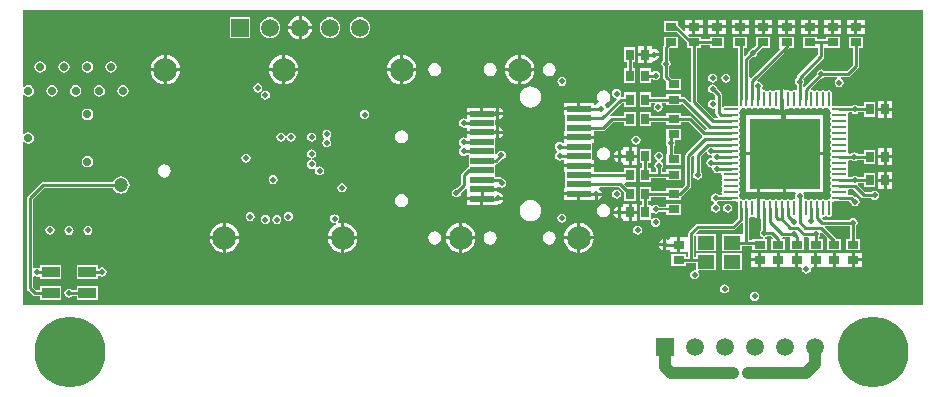
<source format=gtl>
G04*
G04 #@! TF.GenerationSoftware,Altium Limited,Altium Designer,18.1.11 (251)*
G04*
G04 Layer_Physical_Order=1*
G04 Layer_Color=255*
%FSLAX44Y44*%
%MOMM*%
G71*
G01*
G75*
%ADD10C,0.2500*%
%ADD15R,2.0000X0.5000*%
%ADD16R,0.7000X0.9500*%
%ADD17R,1.5000X0.9000*%
%ADD18O,0.2500X1.3000*%
%ADD19O,1.3000X0.2500*%
%ADD20R,6.0000X6.0000*%
%ADD21R,0.9500X0.7000*%
%ADD22R,1.4000X1.2000*%
%ADD37C,1.0000*%
%ADD38C,0.2032*%
%ADD39C,2.0000*%
%ADD40R,1.5000X1.5000*%
%ADD41C,1.5000*%
%ADD42C,6.0000*%
%ADD43C,0.5000*%
%ADD44C,1.2000*%
%ADD45C,0.7000*%
G36*
X1316990Y1098740D02*
X554990D01*
Y1236627D01*
X556260Y1237013D01*
X556561Y1236562D01*
X558139Y1235507D01*
X560000Y1235137D01*
X561861Y1235507D01*
X563439Y1236562D01*
X564493Y1238139D01*
X564864Y1240001D01*
X564493Y1241862D01*
X563439Y1243440D01*
X561861Y1244494D01*
X560000Y1244864D01*
X558139Y1244494D01*
X556561Y1243440D01*
X556260Y1242989D01*
X554990Y1243374D01*
Y1276627D01*
X556260Y1277013D01*
X556561Y1276562D01*
X558139Y1275508D01*
X560000Y1275137D01*
X561861Y1275508D01*
X563439Y1276562D01*
X564493Y1278139D01*
X564864Y1280001D01*
X564493Y1281862D01*
X563439Y1283440D01*
X561861Y1284494D01*
X560000Y1284864D01*
X558139Y1284494D01*
X556561Y1283440D01*
X556260Y1282989D01*
X554990Y1283374D01*
Y1348740D01*
X1316990D01*
Y1098740D01*
D02*
G37*
%LPC*%
G36*
X1228751Y1340198D02*
X1222731D01*
Y1335428D01*
X1228751D01*
Y1340198D01*
D02*
G37*
G36*
X1169963D02*
X1163943D01*
Y1335428D01*
X1169963D01*
Y1340198D01*
D02*
G37*
G36*
X1248348D02*
X1242328D01*
Y1335428D01*
X1248348D01*
Y1340198D01*
D02*
G37*
G36*
X1267944D02*
X1261924D01*
Y1335428D01*
X1267944D01*
Y1340198D01*
D02*
G37*
G36*
X1189559D02*
X1183539D01*
Y1335428D01*
X1189559D01*
Y1340198D01*
D02*
G37*
G36*
X1130770D02*
X1124750D01*
Y1335428D01*
X1130770D01*
Y1340198D01*
D02*
G37*
G36*
X1209155D02*
X1203135D01*
Y1335428D01*
X1209155D01*
Y1340198D01*
D02*
G37*
G36*
X1150367D02*
X1144346D01*
Y1335428D01*
X1150367D01*
Y1340198D01*
D02*
G37*
G36*
X1141806D02*
X1135787D01*
Y1335428D01*
X1141806D01*
Y1340198D01*
D02*
G37*
G36*
X1122210D02*
X1116190D01*
Y1335428D01*
X1122210D01*
Y1340198D01*
D02*
G37*
G36*
X1200595D02*
X1194575D01*
Y1335428D01*
X1200595D01*
Y1340198D01*
D02*
G37*
G36*
X1259384D02*
X1253364D01*
Y1335428D01*
X1259384D01*
Y1340198D01*
D02*
G37*
G36*
X1180999D02*
X1174979D01*
Y1335428D01*
X1180999D01*
Y1340198D01*
D02*
G37*
G36*
X1161403D02*
X1155383D01*
Y1335428D01*
X1161403D01*
Y1340198D01*
D02*
G37*
G36*
X1239788D02*
X1233768D01*
Y1335428D01*
X1239788D01*
Y1340198D01*
D02*
G37*
G36*
X1220191D02*
X1214171D01*
Y1335428D01*
X1220191D01*
Y1340198D01*
D02*
G37*
G36*
X791210Y1343459D02*
Y1334770D01*
X799899D01*
X799722Y1336121D01*
X798710Y1338563D01*
X797101Y1340661D01*
X795003Y1342270D01*
X792561Y1343282D01*
X791210Y1343459D01*
D02*
G37*
G36*
X788670D02*
X787319Y1343282D01*
X784877Y1342270D01*
X782779Y1340661D01*
X781170Y1338563D01*
X780158Y1336121D01*
X779981Y1334770D01*
X788670D01*
Y1343459D01*
D02*
G37*
G36*
X1267944Y1332888D02*
X1261924D01*
Y1328118D01*
X1267944D01*
Y1332888D01*
D02*
G37*
G36*
X1259384D02*
X1253364D01*
Y1328118D01*
X1259384D01*
Y1332888D01*
D02*
G37*
G36*
X1248348D02*
X1242328D01*
Y1328118D01*
X1248348D01*
Y1332888D01*
D02*
G37*
G36*
X1239788D02*
X1233768D01*
Y1328118D01*
X1239788D01*
Y1332888D01*
D02*
G37*
G36*
X1228751D02*
X1222731D01*
Y1328118D01*
X1228751D01*
Y1332888D01*
D02*
G37*
G36*
X1220191D02*
X1214171D01*
Y1328118D01*
X1220191D01*
Y1332888D01*
D02*
G37*
G36*
X1209155D02*
X1203135D01*
Y1328118D01*
X1209155D01*
Y1332888D01*
D02*
G37*
G36*
X1200595D02*
X1194575D01*
Y1328118D01*
X1200595D01*
Y1332888D01*
D02*
G37*
G36*
X1189559D02*
X1183539D01*
Y1328118D01*
X1189559D01*
Y1332888D01*
D02*
G37*
G36*
X1180999D02*
X1174979D01*
Y1328118D01*
X1180999D01*
Y1332888D01*
D02*
G37*
G36*
X1169963D02*
X1163943D01*
Y1328118D01*
X1169963D01*
Y1332888D01*
D02*
G37*
G36*
X1161403D02*
X1155383D01*
Y1328118D01*
X1161403D01*
Y1332888D01*
D02*
G37*
G36*
X1150367D02*
X1144346D01*
Y1328118D01*
X1150367D01*
Y1332888D01*
D02*
G37*
G36*
X1141806D02*
X1135787D01*
Y1328118D01*
X1141806D01*
Y1332888D01*
D02*
G37*
G36*
X1130770D02*
X1124750D01*
Y1328118D01*
X1130770D01*
Y1332888D01*
D02*
G37*
G36*
X747910Y1342270D02*
X730370D01*
Y1324730D01*
X747910D01*
Y1342270D01*
D02*
G37*
G36*
X840740Y1342346D02*
X838451Y1342044D01*
X836317Y1341161D01*
X834485Y1339755D01*
X833079Y1337923D01*
X832196Y1335789D01*
X831894Y1333500D01*
X832196Y1331211D01*
X833079Y1329077D01*
X834485Y1327245D01*
X836317Y1325839D01*
X838451Y1324956D01*
X840740Y1324654D01*
X843029Y1324956D01*
X845163Y1325839D01*
X846995Y1327245D01*
X848401Y1329077D01*
X849284Y1331211D01*
X849586Y1333500D01*
X849284Y1335789D01*
X848401Y1337923D01*
X846995Y1339755D01*
X845163Y1341161D01*
X843029Y1342044D01*
X840740Y1342346D01*
D02*
G37*
G36*
X815340D02*
X813051Y1342044D01*
X810917Y1341161D01*
X809085Y1339755D01*
X807679Y1337923D01*
X806796Y1335789D01*
X806494Y1333500D01*
X806796Y1331211D01*
X807679Y1329077D01*
X809085Y1327245D01*
X810917Y1325839D01*
X813051Y1324956D01*
X815340Y1324654D01*
X817629Y1324956D01*
X819763Y1325839D01*
X821595Y1327245D01*
X823001Y1329077D01*
X823884Y1331211D01*
X824186Y1333500D01*
X823884Y1335789D01*
X823001Y1337923D01*
X821595Y1339755D01*
X819763Y1341161D01*
X817629Y1342044D01*
X815340Y1342346D01*
D02*
G37*
G36*
X764540D02*
X762251Y1342044D01*
X760117Y1341161D01*
X758285Y1339755D01*
X756879Y1337923D01*
X755996Y1335789D01*
X755694Y1333500D01*
X755996Y1331211D01*
X756879Y1329077D01*
X758285Y1327245D01*
X760117Y1325839D01*
X762251Y1324956D01*
X764540Y1324654D01*
X766829Y1324956D01*
X768963Y1325839D01*
X770795Y1327245D01*
X772201Y1329077D01*
X773084Y1331211D01*
X773386Y1333500D01*
X773084Y1335789D01*
X772201Y1337923D01*
X770795Y1339755D01*
X768963Y1341161D01*
X766829Y1342044D01*
X764540Y1342346D01*
D02*
G37*
G36*
X799899Y1332230D02*
X791210D01*
Y1323541D01*
X792561Y1323718D01*
X795003Y1324730D01*
X797101Y1326339D01*
X798710Y1328437D01*
X799722Y1330879D01*
X799899Y1332230D01*
D02*
G37*
G36*
X788670D02*
X779981D01*
X780158Y1330879D01*
X781170Y1328437D01*
X782779Y1326339D01*
X784877Y1324730D01*
X787319Y1323718D01*
X788670Y1323541D01*
Y1332230D01*
D02*
G37*
G36*
X1080920Y1317930D02*
X1076150D01*
Y1311910D01*
X1080920D01*
Y1317930D01*
D02*
G37*
G36*
X1088230D02*
X1083460D01*
Y1310640D01*
Y1303350D01*
X1088230D01*
Y1304734D01*
X1089212Y1305540D01*
X1089406Y1305501D01*
X1091373Y1305892D01*
X1093040Y1307006D01*
X1094154Y1308674D01*
X1094292Y1309370D01*
X1089406D01*
Y1311910D01*
X1094292D01*
X1094154Y1312607D01*
X1093040Y1314274D01*
X1091373Y1315388D01*
X1089406Y1315779D01*
X1089212Y1315740D01*
X1088230Y1316546D01*
Y1317930D01*
D02*
G37*
G36*
X1080920Y1309370D02*
X1076150D01*
Y1303350D01*
X1080920D01*
Y1309370D01*
D02*
G37*
G36*
X977240Y1310421D02*
Y1299210D01*
X988451D01*
X988187Y1301214D01*
X986924Y1304264D01*
X984914Y1306884D01*
X982294Y1308894D01*
X979244Y1310157D01*
X977240Y1310421D01*
D02*
G37*
G36*
X974700D02*
X972696Y1310157D01*
X969646Y1308894D01*
X967026Y1306884D01*
X965016Y1304264D01*
X963753Y1301214D01*
X963489Y1299210D01*
X974700D01*
Y1310421D01*
D02*
G37*
G36*
X877240D02*
Y1299210D01*
X888451D01*
X888187Y1301214D01*
X886924Y1304264D01*
X884914Y1306884D01*
X882294Y1308894D01*
X879244Y1310157D01*
X877240Y1310421D01*
D02*
G37*
G36*
X874700D02*
X872696Y1310157D01*
X869646Y1308894D01*
X867026Y1306884D01*
X865016Y1304264D01*
X863753Y1301214D01*
X863489Y1299210D01*
X874700D01*
Y1310421D01*
D02*
G37*
G36*
X777240D02*
Y1299210D01*
X788451D01*
X788187Y1301214D01*
X786924Y1304264D01*
X784914Y1306884D01*
X782294Y1308894D01*
X779244Y1310157D01*
X777240Y1310421D01*
D02*
G37*
G36*
X774700D02*
X772696Y1310157D01*
X769646Y1308894D01*
X767026Y1306884D01*
X765016Y1304264D01*
X763753Y1301214D01*
X763489Y1299210D01*
X774700D01*
Y1310421D01*
D02*
G37*
G36*
X677240D02*
Y1299210D01*
X688451D01*
X688187Y1301214D01*
X686924Y1304264D01*
X684914Y1306884D01*
X682294Y1308894D01*
X679244Y1310157D01*
X677240Y1310421D01*
D02*
G37*
G36*
X674700D02*
X672696Y1310157D01*
X669646Y1308894D01*
X667026Y1306884D01*
X665016Y1304264D01*
X663753Y1301214D01*
X663489Y1299210D01*
X674700D01*
Y1310421D01*
D02*
G37*
G36*
X630000Y1304864D02*
X628139Y1304494D01*
X626561Y1303440D01*
X625507Y1301862D01*
X625137Y1300001D01*
X625507Y1298139D01*
X626561Y1296562D01*
X628139Y1295508D01*
X630000Y1295137D01*
X631861Y1295508D01*
X633439Y1296562D01*
X634494Y1298139D01*
X634864Y1300001D01*
X634494Y1301862D01*
X633439Y1303440D01*
X631861Y1304494D01*
X630000Y1304864D01*
D02*
G37*
G36*
X610000D02*
X608139Y1304494D01*
X606561Y1303440D01*
X605507Y1301862D01*
X605137Y1300001D01*
X605507Y1298139D01*
X606561Y1296562D01*
X608139Y1295508D01*
X610000Y1295137D01*
X611861Y1295508D01*
X613439Y1296562D01*
X614494Y1298139D01*
X614864Y1300001D01*
X614494Y1301862D01*
X613439Y1303440D01*
X611861Y1304494D01*
X610000Y1304864D01*
D02*
G37*
G36*
X590000D02*
X588139Y1304494D01*
X586561Y1303440D01*
X585507Y1301862D01*
X585137Y1300001D01*
X585507Y1298139D01*
X586561Y1296562D01*
X588139Y1295508D01*
X590000Y1295137D01*
X591861Y1295508D01*
X593439Y1296562D01*
X594494Y1298139D01*
X594864Y1300001D01*
X594494Y1301862D01*
X593439Y1303440D01*
X591861Y1304494D01*
X590000Y1304864D01*
D02*
G37*
G36*
X570000D02*
X568139Y1304494D01*
X566561Y1303440D01*
X565507Y1301862D01*
X565137Y1300001D01*
X565507Y1298139D01*
X566561Y1296562D01*
X568139Y1295508D01*
X570000Y1295137D01*
X571861Y1295508D01*
X573439Y1296562D01*
X574493Y1298139D01*
X574864Y1300001D01*
X574493Y1301862D01*
X573439Y1303440D01*
X571861Y1304494D01*
X570000Y1304864D01*
D02*
G37*
G36*
X1000970Y1303568D02*
X998816Y1303140D01*
X996990Y1301920D01*
X995770Y1300094D01*
X995342Y1297940D01*
X995770Y1295786D01*
X996990Y1293960D01*
X998816Y1292740D01*
X1000970Y1292312D01*
X1003124Y1292740D01*
X1004950Y1293960D01*
X1006170Y1295786D01*
X1006598Y1297940D01*
X1006170Y1300094D01*
X1004950Y1301920D01*
X1003124Y1303140D01*
X1000970Y1303568D01*
D02*
G37*
G36*
X950970D02*
X948816Y1303140D01*
X946990Y1301920D01*
X945770Y1300094D01*
X945342Y1297940D01*
X945770Y1295786D01*
X946990Y1293960D01*
X948816Y1292740D01*
X950970Y1292312D01*
X953124Y1292740D01*
X954950Y1293960D01*
X956170Y1295786D01*
X956598Y1297940D01*
X956170Y1300094D01*
X954950Y1301920D01*
X953124Y1303140D01*
X950970Y1303568D01*
D02*
G37*
G36*
X903970D02*
X901816Y1303140D01*
X899990Y1301920D01*
X898770Y1300094D01*
X898342Y1297940D01*
X898770Y1295786D01*
X899990Y1293960D01*
X901816Y1292740D01*
X903970Y1292312D01*
X906124Y1292740D01*
X907950Y1293960D01*
X909170Y1295786D01*
X909598Y1297940D01*
X909170Y1300094D01*
X907950Y1301920D01*
X906124Y1303140D01*
X903970Y1303568D01*
D02*
G37*
G36*
X1086960Y1298880D02*
X1077420D01*
Y1286840D01*
X1086960D01*
Y1290071D01*
X1088212Y1290142D01*
X1089459Y1289309D01*
X1090930Y1289016D01*
X1092401Y1289309D01*
X1093648Y1290142D01*
X1094481Y1291389D01*
X1094774Y1292860D01*
X1094481Y1294331D01*
X1093648Y1295578D01*
X1092401Y1296411D01*
X1090930Y1296704D01*
X1089459Y1296411D01*
X1088212Y1295578D01*
X1086960Y1295649D01*
Y1298880D01*
D02*
G37*
G36*
X1150430Y1294534D02*
X1148959Y1294241D01*
X1147712Y1293408D01*
X1146879Y1292161D01*
X1146586Y1290690D01*
X1146879Y1289219D01*
X1147712Y1287972D01*
X1148959Y1287139D01*
X1150430Y1286846D01*
X1151901Y1287139D01*
X1153148Y1287972D01*
X1153981Y1289219D01*
X1154274Y1290690D01*
X1153981Y1292161D01*
X1153148Y1293408D01*
X1151901Y1294241D01*
X1150430Y1294534D01*
D02*
G37*
G36*
X1139310D02*
X1137839Y1294241D01*
X1136592Y1293408D01*
X1135759Y1292161D01*
X1135466Y1290690D01*
X1135759Y1289219D01*
X1136592Y1287972D01*
X1137839Y1287139D01*
X1139310Y1286846D01*
X1140781Y1287139D01*
X1142028Y1287972D01*
X1142861Y1289219D01*
X1143154Y1290690D01*
X1142861Y1292161D01*
X1142028Y1293408D01*
X1140781Y1294241D01*
X1139310Y1294534D01*
D02*
G37*
G36*
X1073960Y1316660D02*
X1064420D01*
Y1304620D01*
X1066621D01*
Y1298880D01*
X1064420D01*
Y1286840D01*
X1073960D01*
Y1298880D01*
X1071759D01*
Y1304620D01*
X1073960D01*
Y1316660D01*
D02*
G37*
G36*
X988451Y1296670D02*
X977240D01*
Y1285459D01*
X979244Y1285723D01*
X982294Y1286986D01*
X984914Y1288996D01*
X986924Y1291616D01*
X988187Y1294666D01*
X988451Y1296670D01*
D02*
G37*
G36*
X974700D02*
X963489D01*
X963753Y1294666D01*
X965016Y1291616D01*
X967026Y1288996D01*
X969646Y1286986D01*
X972696Y1285723D01*
X974700Y1285459D01*
Y1296670D01*
D02*
G37*
G36*
X888451D02*
X877240D01*
Y1285459D01*
X879244Y1285723D01*
X882294Y1286986D01*
X884914Y1288996D01*
X886924Y1291616D01*
X888187Y1294666D01*
X888451Y1296670D01*
D02*
G37*
G36*
X874700D02*
X863489D01*
X863753Y1294666D01*
X865016Y1291616D01*
X867026Y1288996D01*
X869646Y1286986D01*
X872696Y1285723D01*
X874700Y1285459D01*
Y1296670D01*
D02*
G37*
G36*
X788451D02*
X777240D01*
Y1285459D01*
X779244Y1285723D01*
X782294Y1286986D01*
X784914Y1288996D01*
X786924Y1291616D01*
X788187Y1294666D01*
X788451Y1296670D01*
D02*
G37*
G36*
X774700D02*
X763489D01*
X763753Y1294666D01*
X765016Y1291616D01*
X767026Y1288996D01*
X769646Y1286986D01*
X772696Y1285723D01*
X774700Y1285459D01*
Y1296670D01*
D02*
G37*
G36*
X688451D02*
X677240D01*
Y1285459D01*
X679244Y1285723D01*
X682294Y1286986D01*
X684914Y1288996D01*
X686924Y1291616D01*
X688187Y1294666D01*
X688451Y1296670D01*
D02*
G37*
G36*
X674700D02*
X663489D01*
X663753Y1294666D01*
X665016Y1291616D01*
X667026Y1288996D01*
X669646Y1286986D01*
X672696Y1285723D01*
X674700Y1285459D01*
Y1296670D01*
D02*
G37*
G36*
X1011682Y1291774D02*
X1010211Y1291481D01*
X1008964Y1290648D01*
X1008131Y1289401D01*
X1007838Y1287930D01*
X1008131Y1286459D01*
X1008964Y1285212D01*
X1010211Y1284379D01*
X1011682Y1284086D01*
X1013153Y1284379D01*
X1014400Y1285212D01*
X1015233Y1286459D01*
X1015526Y1287930D01*
X1015233Y1289401D01*
X1014400Y1290648D01*
X1013153Y1291481D01*
X1011682Y1291774D01*
D02*
G37*
G36*
X1109904Y1338928D02*
X1097864D01*
Y1329388D01*
X1108934D01*
X1117460Y1320862D01*
Y1316388D01*
X1120911D01*
Y1270849D01*
X1119941Y1270325D01*
X1119678Y1270286D01*
X1115607Y1274357D01*
X1114773Y1274914D01*
X1113790Y1275109D01*
X1112190D01*
Y1277160D01*
X1100150D01*
Y1275109D01*
X1087110D01*
Y1278560D01*
X1077570D01*
Y1266520D01*
X1087110D01*
Y1269971D01*
X1089846D01*
X1090169Y1269478D01*
X1090404Y1268701D01*
X1089709Y1267661D01*
X1089416Y1266190D01*
X1089709Y1264719D01*
X1090542Y1263472D01*
X1091789Y1262639D01*
X1093260Y1262346D01*
X1094731Y1262639D01*
X1095978Y1263472D01*
X1096811Y1264719D01*
X1097104Y1266190D01*
X1096811Y1267661D01*
X1096117Y1268701D01*
X1096351Y1269478D01*
X1096674Y1269971D01*
X1100150D01*
Y1267620D01*
X1112190D01*
Y1268710D01*
X1113460Y1269236D01*
X1134139Y1248557D01*
X1133687Y1247214D01*
X1132968Y1247116D01*
X1121957Y1258127D01*
X1121123Y1258684D01*
X1120140Y1258879D01*
X1112190D01*
Y1260950D01*
X1100150D01*
Y1258879D01*
X1087110D01*
Y1262330D01*
X1077570D01*
Y1250290D01*
X1087110D01*
Y1253740D01*
X1100150D01*
Y1251410D01*
X1112190D01*
Y1253740D01*
X1119076D01*
X1130443Y1242373D01*
X1130448Y1242370D01*
X1130574Y1241665D01*
X1130497Y1240810D01*
X1116418Y1226732D01*
X1115861Y1225898D01*
X1115666Y1224915D01*
Y1200579D01*
X1113175Y1198089D01*
X1112190Y1197450D01*
Y1197450D01*
X1112190Y1197450D01*
X1100150D01*
Y1195099D01*
X1087110D01*
Y1198550D01*
X1077570D01*
Y1186510D01*
X1079771D01*
Y1183030D01*
X1077570D01*
Y1170990D01*
X1086252Y1170990D01*
X1086499Y1170990D01*
X1086859Y1170594D01*
X1087338Y1169814D01*
X1087086Y1168550D01*
X1087379Y1167079D01*
X1088212Y1165832D01*
X1089459Y1164999D01*
X1090930Y1164706D01*
X1092401Y1164999D01*
X1093648Y1165832D01*
X1094481Y1167079D01*
X1094774Y1168550D01*
X1094481Y1170021D01*
X1093648Y1171268D01*
X1092401Y1172101D01*
X1090930Y1172394D01*
X1089459Y1172101D01*
X1088380Y1171380D01*
X1087686Y1171572D01*
X1087686Y1171572D01*
X1087686Y1171572D01*
X1087110Y1171905D01*
X1087110Y1171999D01*
X1087110Y1171999D01*
X1087110Y1172007D01*
Y1176325D01*
X1087686Y1176658D01*
X1088380Y1176850D01*
X1089459Y1176129D01*
X1090930Y1175836D01*
X1092401Y1176129D01*
X1093648Y1176962D01*
X1093907Y1177349D01*
X1100150D01*
Y1174910D01*
X1112190D01*
Y1184450D01*
X1100150D01*
Y1182011D01*
X1093907D01*
X1093648Y1182398D01*
X1092401Y1183231D01*
X1090930Y1183524D01*
X1089459Y1183231D01*
X1088380Y1182510D01*
X1088202Y1182560D01*
X1087110Y1183030D01*
X1087110Y1183030D01*
X1087110Y1183030D01*
X1084909D01*
Y1186510D01*
X1087110D01*
Y1189961D01*
X1100150D01*
Y1187910D01*
X1112190D01*
Y1190148D01*
X1112233Y1190156D01*
X1113067Y1190713D01*
X1120052Y1197698D01*
X1120609Y1198532D01*
X1120804Y1199515D01*
Y1223851D01*
X1122688Y1225734D01*
X1122951Y1225695D01*
X1123921Y1225171D01*
Y1211507D01*
X1123772Y1211408D01*
X1122939Y1210161D01*
X1122646Y1208690D01*
X1122939Y1207219D01*
X1123772Y1205972D01*
X1125019Y1205139D01*
X1126490Y1204846D01*
X1127961Y1205139D01*
X1129208Y1205972D01*
X1130041Y1207219D01*
X1130334Y1208690D01*
X1130041Y1210161D01*
X1129208Y1211408D01*
X1129059Y1211507D01*
Y1224486D01*
X1132944Y1228371D01*
X1134322Y1227953D01*
X1134369Y1227719D01*
X1135202Y1226472D01*
X1136449Y1225639D01*
X1137920Y1225346D01*
X1138098Y1225382D01*
X1139178Y1224302D01*
X1139156Y1224190D01*
X1139176Y1224089D01*
X1138096Y1223009D01*
X1137920Y1223044D01*
X1136449Y1222751D01*
X1135202Y1221918D01*
X1134369Y1220671D01*
X1134076Y1219200D01*
X1134369Y1217729D01*
X1135202Y1216482D01*
X1136449Y1215649D01*
X1137920Y1215356D01*
X1138100Y1215392D01*
X1139180Y1214312D01*
X1139156Y1214190D01*
X1139449Y1212719D01*
X1140282Y1211472D01*
X1141529Y1210639D01*
X1143000Y1210346D01*
X1144471Y1210639D01*
X1145121Y1211073D01*
X1145801Y1210956D01*
X1145979Y1210817D01*
X1146699Y1209635D01*
X1146611Y1209190D01*
X1146806Y1208207D01*
X1147363Y1207373D01*
Y1206007D01*
X1146806Y1205173D01*
X1146611Y1204190D01*
X1146806Y1203207D01*
X1147363Y1202373D01*
Y1201007D01*
X1146806Y1200173D01*
X1146611Y1199190D01*
X1146806Y1198207D01*
X1147363Y1197373D01*
Y1196007D01*
X1146806Y1195173D01*
X1146611Y1194190D01*
X1146806Y1193207D01*
X1146925Y1193029D01*
X1146246Y1191759D01*
X1144547D01*
X1144448Y1191908D01*
X1143201Y1192741D01*
X1141730Y1193034D01*
X1140259Y1192741D01*
X1139012Y1191908D01*
X1138179Y1190661D01*
X1137886Y1189190D01*
X1138179Y1187719D01*
X1139012Y1186472D01*
X1140259Y1185639D01*
X1140537Y1185583D01*
Y1184289D01*
X1140299Y1184241D01*
X1139052Y1183408D01*
X1138219Y1182161D01*
X1137926Y1180690D01*
X1138219Y1179219D01*
X1139052Y1177972D01*
X1140299Y1177139D01*
X1141770Y1176846D01*
X1143241Y1177139D01*
X1144488Y1177972D01*
X1145321Y1179219D01*
X1145614Y1180690D01*
X1145321Y1182161D01*
X1144488Y1183408D01*
X1143241Y1184241D01*
X1142963Y1184296D01*
Y1185591D01*
X1143201Y1185639D01*
X1144448Y1186472D01*
X1144547Y1186621D01*
X1159201D01*
X1159932Y1186192D01*
X1160361Y1185461D01*
Y1180690D01*
Y1171964D01*
X1155556Y1167159D01*
X1126490D01*
X1125507Y1166964D01*
X1124673Y1166407D01*
X1119528Y1161262D01*
X1118971Y1160428D01*
X1118776Y1159445D01*
Y1156366D01*
X1117740Y1155800D01*
X1117506Y1155800D01*
X1111720D01*
Y1149760D01*
Y1143720D01*
X1117506D01*
X1117740Y1143720D01*
X1118776Y1143154D01*
Y1139329D01*
X1116470D01*
Y1141530D01*
X1104430D01*
Y1131990D01*
X1116470D01*
Y1134191D01*
X1125470D01*
Y1129080D01*
X1124200Y1128038D01*
X1123950Y1128088D01*
X1122479Y1127795D01*
X1121232Y1126962D01*
X1120399Y1125715D01*
X1120106Y1124244D01*
X1120399Y1122773D01*
X1121232Y1121526D01*
X1122479Y1120693D01*
X1123950Y1120400D01*
X1125421Y1120693D01*
X1126668Y1121526D01*
X1127501Y1122773D01*
X1127794Y1124244D01*
X1127501Y1125715D01*
X1126830Y1126720D01*
X1127113Y1127594D01*
X1127392Y1127990D01*
X1142010D01*
Y1142530D01*
X1125470D01*
Y1139329D01*
X1123914D01*
Y1157528D01*
X1124200Y1157700D01*
X1124770Y1157534D01*
X1125470Y1156982D01*
Y1143990D01*
X1142010D01*
Y1158530D01*
X1126670D01*
X1125860Y1158530D01*
X1125237Y1159704D01*
X1127554Y1162021D01*
X1156620D01*
X1157603Y1162216D01*
X1158437Y1162773D01*
X1164091Y1168427D01*
X1165361Y1167901D01*
Y1153829D01*
X1164010D01*
Y1158530D01*
X1147470D01*
Y1143990D01*
X1164010D01*
Y1148691D01*
X1173010D01*
Y1144990D01*
X1185050D01*
Y1154530D01*
X1183728D01*
X1183603Y1155800D01*
X1184401Y1155959D01*
X1185648Y1156792D01*
X1185747Y1156941D01*
X1188829D01*
X1190066Y1155703D01*
X1189580Y1154530D01*
X1188833D01*
Y1144990D01*
X1200873D01*
Y1154530D01*
X1198381D01*
X1198102Y1155072D01*
X1198108Y1155122D01*
X1198901Y1156299D01*
X1204627D01*
X1205054Y1155800D01*
X1204656Y1154530D01*
X1204656D01*
Y1144990D01*
X1216696D01*
Y1153334D01*
X1216696Y1154530D01*
X1216719Y1155791D01*
X1217801Y1155791D01*
X1220456D01*
X1220479Y1154530D01*
X1220479D01*
Y1144990D01*
X1232519D01*
Y1154530D01*
X1229839D01*
X1229503Y1155131D01*
X1229323Y1155800D01*
X1230050Y1156889D01*
X1230343Y1158360D01*
X1230073Y1159717D01*
X1230130Y1159790D01*
X1231518Y1160069D01*
X1235906Y1155681D01*
X1236302Y1154530D01*
X1236302D01*
X1236302Y1154530D01*
Y1144990D01*
X1248342D01*
Y1154530D01*
X1244262D01*
X1244139Y1154715D01*
X1234196Y1164657D01*
X1234682Y1165831D01*
X1255328D01*
X1255427Y1165682D01*
X1255576Y1165583D01*
Y1154530D01*
X1252125D01*
Y1144990D01*
X1264165D01*
Y1154530D01*
X1260714D01*
Y1165583D01*
X1260863Y1165682D01*
X1261696Y1166929D01*
X1261989Y1168400D01*
X1261696Y1169871D01*
X1260863Y1171118D01*
X1259616Y1171951D01*
X1258145Y1172244D01*
X1256674Y1171951D01*
X1255427Y1171118D01*
X1255328Y1170969D01*
X1232642D01*
X1231870Y1171923D01*
X1232430Y1172970D01*
X1232930Y1172871D01*
X1233913Y1173066D01*
X1234747Y1173623D01*
X1236113D01*
X1236947Y1173066D01*
X1237930Y1172871D01*
X1238913Y1173066D01*
X1239747Y1173623D01*
X1240304Y1174457D01*
X1240499Y1175440D01*
Y1185461D01*
X1240928Y1186192D01*
X1241659Y1186621D01*
X1254797D01*
X1255996Y1186180D01*
X1256289Y1184709D01*
X1257122Y1183462D01*
X1258369Y1182629D01*
X1259840Y1182336D01*
X1261311Y1182629D01*
X1262558Y1183462D01*
X1263391Y1184709D01*
X1263684Y1186180D01*
X1263391Y1187651D01*
X1262558Y1188898D01*
X1261311Y1189731D01*
X1259840Y1190024D01*
X1259665Y1189989D01*
X1258647Y1191007D01*
X1257813Y1191564D01*
X1256830Y1191759D01*
X1254614D01*
X1253935Y1193029D01*
X1254054Y1193207D01*
X1254249Y1194190D01*
X1254054Y1195173D01*
X1253935Y1195351D01*
X1254614Y1196621D01*
X1258466D01*
X1265523Y1189563D01*
X1266357Y1189006D01*
X1267340Y1188811D01*
X1273533D01*
X1273632Y1188662D01*
X1274879Y1187829D01*
X1276350Y1187536D01*
X1277821Y1187829D01*
X1279068Y1188662D01*
X1279901Y1189909D01*
X1280194Y1191380D01*
X1279901Y1192851D01*
X1279068Y1194098D01*
X1277821Y1194931D01*
X1276350Y1195224D01*
X1274879Y1194931D01*
X1273632Y1194098D01*
X1273533Y1193949D01*
X1268404D01*
X1262261Y1200093D01*
X1262385Y1201357D01*
X1262558Y1201472D01*
X1262657Y1201621D01*
X1267620D01*
Y1198170D01*
X1277160D01*
Y1210210D01*
X1267620D01*
Y1206759D01*
X1262657D01*
X1262558Y1206908D01*
X1261311Y1207741D01*
X1259840Y1208034D01*
X1258369Y1207741D01*
X1257122Y1206908D01*
X1257023Y1206759D01*
X1254614D01*
X1253935Y1208029D01*
X1254054Y1208207D01*
X1254249Y1209190D01*
X1254054Y1210173D01*
X1253497Y1211007D01*
Y1212373D01*
X1254054Y1213207D01*
X1254249Y1214190D01*
X1254054Y1215173D01*
X1253497Y1216007D01*
Y1217373D01*
X1254054Y1218207D01*
X1254249Y1219190D01*
X1254054Y1220173D01*
X1253935Y1220351D01*
X1254614Y1221621D01*
X1256593D01*
X1256692Y1221472D01*
X1257939Y1220639D01*
X1259410Y1220346D01*
X1260881Y1220639D01*
X1262128Y1221472D01*
X1262227Y1221621D01*
X1267620D01*
Y1218170D01*
X1277160D01*
Y1230210D01*
X1267620D01*
Y1226759D01*
X1262227D01*
X1262128Y1226908D01*
X1260881Y1227741D01*
X1259410Y1228034D01*
X1257939Y1227741D01*
X1256692Y1226908D01*
X1256593Y1226759D01*
X1254614D01*
X1253935Y1228029D01*
X1254054Y1228207D01*
X1254249Y1229190D01*
X1254054Y1230173D01*
X1253497Y1231007D01*
Y1232373D01*
X1254054Y1233207D01*
X1254249Y1234190D01*
X1254054Y1235173D01*
X1253497Y1236007D01*
Y1237373D01*
X1254054Y1238207D01*
X1254249Y1239190D01*
X1254054Y1240173D01*
X1253497Y1241007D01*
Y1242373D01*
X1254054Y1243207D01*
X1254249Y1244190D01*
X1254054Y1245173D01*
X1253497Y1246007D01*
Y1247373D01*
X1254054Y1248207D01*
X1254249Y1249190D01*
X1254054Y1250173D01*
X1253497Y1251007D01*
Y1252373D01*
X1254054Y1253207D01*
X1254249Y1254190D01*
X1254054Y1255173D01*
X1253497Y1256007D01*
Y1257373D01*
X1254054Y1258207D01*
X1254249Y1259190D01*
X1254054Y1260173D01*
X1253935Y1260351D01*
X1254614Y1261621D01*
X1257023D01*
X1257122Y1261472D01*
X1258369Y1260639D01*
X1259840Y1260346D01*
X1261311Y1260639D01*
X1262558Y1261472D01*
X1262657Y1261621D01*
X1267620D01*
Y1258170D01*
X1277160D01*
Y1270210D01*
X1267620D01*
Y1266759D01*
X1262657D01*
X1262558Y1266908D01*
X1261311Y1267741D01*
X1259840Y1268034D01*
X1258369Y1267741D01*
X1257122Y1266908D01*
X1257023Y1266759D01*
X1241659D01*
X1240928Y1267188D01*
X1240499Y1267919D01*
Y1277940D01*
X1240304Y1278923D01*
X1239747Y1279757D01*
X1238913Y1280314D01*
X1237930Y1280509D01*
X1236947Y1280314D01*
X1236113Y1279757D01*
X1234747D01*
X1233913Y1280314D01*
X1232930Y1280509D01*
X1231947Y1280314D01*
X1231113Y1279757D01*
X1229747D01*
X1228913Y1280314D01*
X1227930Y1280509D01*
X1226947Y1280314D01*
X1226113Y1279757D01*
X1224747D01*
X1223913Y1280314D01*
X1222930Y1280509D01*
X1222326Y1281684D01*
X1231074Y1290432D01*
X1231249Y1290397D01*
X1232720Y1290690D01*
X1233967Y1291523D01*
X1234067Y1291672D01*
X1244474D01*
X1244917Y1290497D01*
X1244900Y1290402D01*
X1243712Y1289608D01*
X1242879Y1288361D01*
X1242586Y1286890D01*
X1242879Y1285419D01*
X1243712Y1284172D01*
X1244959Y1283339D01*
X1246430Y1283046D01*
X1247901Y1283339D01*
X1249148Y1284172D01*
X1249981Y1285419D01*
X1250274Y1286890D01*
X1249981Y1288361D01*
X1249148Y1289608D01*
X1247960Y1290402D01*
X1247943Y1290497D01*
X1248386Y1291672D01*
X1254109D01*
X1255092Y1291868D01*
X1255926Y1292424D01*
X1262471Y1298969D01*
X1263028Y1299803D01*
X1263223Y1300786D01*
Y1316388D01*
X1266674D01*
Y1325928D01*
X1254634D01*
Y1316388D01*
X1258084D01*
Y1301850D01*
X1253045Y1296811D01*
X1234067D01*
X1233967Y1296959D01*
X1232720Y1297793D01*
X1231249Y1298085D01*
X1229778Y1297793D01*
X1228531Y1296959D01*
X1227698Y1295712D01*
X1227405Y1294241D01*
X1227440Y1294066D01*
X1216789Y1283414D01*
X1215692Y1283859D01*
X1215590Y1285094D01*
X1216401Y1286309D01*
X1216694Y1287780D01*
X1216401Y1289251D01*
X1215701Y1290299D01*
X1233209Y1307807D01*
X1233766Y1308641D01*
X1233961Y1309624D01*
Y1315920D01*
X1235038Y1316388D01*
Y1316388D01*
X1247078D01*
Y1325928D01*
X1235038D01*
Y1323727D01*
X1227481D01*
Y1325928D01*
X1215441D01*
Y1316388D01*
X1227481D01*
Y1318589D01*
X1228823D01*
Y1310688D01*
X1211113Y1292979D01*
X1210556Y1292145D01*
X1210361Y1291162D01*
Y1290651D01*
X1210132Y1290498D01*
X1209299Y1289251D01*
X1209006Y1287780D01*
X1209299Y1286309D01*
X1210132Y1285062D01*
X1210361Y1284909D01*
Y1280874D01*
X1209091Y1280195D01*
X1208913Y1280314D01*
X1207930Y1280509D01*
X1206947Y1280314D01*
X1206113Y1279757D01*
X1204747D01*
X1203913Y1280314D01*
X1202930Y1280509D01*
X1201947Y1280314D01*
X1200742Y1280553D01*
X1200662Y1280672D01*
X1199409Y1281510D01*
X1199200Y1281552D01*
Y1272690D01*
Y1263828D01*
X1199409Y1263870D01*
X1200662Y1264708D01*
X1200742Y1264827D01*
X1201947Y1265066D01*
X1202930Y1264871D01*
X1203913Y1265066D01*
X1204747Y1265623D01*
X1206113D01*
X1206947Y1265066D01*
X1207930Y1264871D01*
X1208913Y1265066D01*
X1209747Y1265623D01*
X1211113D01*
X1211947Y1265066D01*
X1212930Y1264871D01*
X1213913Y1265066D01*
X1214747Y1265623D01*
X1216113D01*
X1216947Y1265066D01*
X1217930Y1264871D01*
X1218913Y1265066D01*
X1219747Y1265623D01*
X1221113D01*
X1221947Y1265066D01*
X1222930Y1264871D01*
X1223913Y1265066D01*
X1224747Y1265623D01*
X1226113D01*
X1226947Y1265066D01*
X1227930Y1264871D01*
X1228913Y1265066D01*
X1229747Y1265623D01*
X1231113D01*
X1231947Y1265066D01*
X1232930Y1264871D01*
X1233913Y1265066D01*
X1234747Y1265623D01*
X1236113D01*
X1236947Y1265066D01*
X1237469Y1264962D01*
X1238205Y1264465D01*
X1238702Y1263729D01*
X1238806Y1263207D01*
X1239363Y1262373D01*
Y1261007D01*
X1238806Y1260173D01*
X1238611Y1259190D01*
X1238806Y1258207D01*
X1239363Y1257373D01*
Y1256007D01*
X1238806Y1255173D01*
X1238611Y1254190D01*
X1238806Y1253207D01*
X1239363Y1252373D01*
Y1251007D01*
X1238806Y1250173D01*
X1238611Y1249190D01*
X1238806Y1248207D01*
X1239363Y1247373D01*
Y1246007D01*
X1238806Y1245173D01*
X1238611Y1244190D01*
X1238806Y1243207D01*
X1239363Y1242373D01*
Y1241007D01*
X1238806Y1240173D01*
X1238611Y1239190D01*
X1238806Y1238207D01*
X1239363Y1237373D01*
Y1236007D01*
X1238806Y1235173D01*
X1238611Y1234190D01*
X1238806Y1233207D01*
X1239363Y1232373D01*
Y1231007D01*
X1238806Y1230173D01*
X1238611Y1229190D01*
X1238806Y1228207D01*
X1239363Y1227373D01*
Y1226007D01*
X1238806Y1225173D01*
X1238611Y1224190D01*
X1238806Y1223207D01*
X1239363Y1222373D01*
Y1221007D01*
X1238806Y1220173D01*
X1238611Y1219190D01*
X1238806Y1218207D01*
X1239363Y1217373D01*
Y1216007D01*
X1238806Y1215173D01*
X1238611Y1214190D01*
X1238806Y1213207D01*
X1239363Y1212373D01*
Y1211007D01*
X1238806Y1210173D01*
X1238611Y1209190D01*
X1238806Y1208207D01*
X1239363Y1207373D01*
Y1206007D01*
X1238806Y1205173D01*
X1238611Y1204190D01*
X1238806Y1203207D01*
X1239363Y1202373D01*
Y1201007D01*
X1238806Y1200173D01*
X1238611Y1199190D01*
X1238806Y1198207D01*
X1239363Y1197373D01*
Y1196007D01*
X1238806Y1195173D01*
X1238611Y1194190D01*
X1238806Y1193207D01*
X1239363Y1192373D01*
Y1191007D01*
X1238806Y1190173D01*
X1238611Y1189190D01*
X1237469Y1188418D01*
X1236947Y1188314D01*
X1236113Y1187757D01*
X1234747D01*
X1233913Y1188314D01*
X1232930Y1188509D01*
X1231947Y1188314D01*
X1231113Y1187757D01*
X1229747D01*
X1228913Y1188314D01*
X1227930Y1188509D01*
X1226947Y1188314D01*
X1226113Y1187757D01*
X1224747D01*
X1223913Y1188314D01*
X1222930Y1188509D01*
X1221947Y1188314D01*
X1221113Y1187757D01*
X1219747D01*
X1218913Y1188314D01*
X1217930Y1188509D01*
X1217138Y1188352D01*
X1216655Y1188794D01*
X1216298Y1189381D01*
X1216401Y1189535D01*
X1216694Y1191006D01*
X1216401Y1192477D01*
X1216132Y1192880D01*
X1216811Y1194150D01*
X1232970D01*
Y1225420D01*
X1201700D01*
Y1194150D01*
X1208889D01*
X1209568Y1192880D01*
X1209299Y1192477D01*
X1209006Y1191006D01*
X1209299Y1189535D01*
X1209377Y1189418D01*
X1209369Y1189399D01*
X1208537Y1188389D01*
X1207930Y1188509D01*
X1206947Y1188314D01*
X1206113Y1187757D01*
X1204747D01*
X1203913Y1188314D01*
X1202930Y1188509D01*
X1201947Y1188314D01*
X1201113Y1187757D01*
X1199747D01*
X1198913Y1188314D01*
X1197930Y1188509D01*
X1196947Y1188314D01*
X1196113Y1187757D01*
X1194747D01*
X1193913Y1188314D01*
X1192930Y1188509D01*
X1191947Y1188314D01*
X1191113Y1187757D01*
X1189747D01*
X1188913Y1188314D01*
X1187930Y1188509D01*
X1186947Y1188314D01*
X1186113Y1187757D01*
X1184747D01*
X1183913Y1188314D01*
X1182930Y1188509D01*
X1181947Y1188314D01*
X1180742Y1188553D01*
X1180662Y1188672D01*
X1179409Y1189510D01*
X1179200Y1189552D01*
Y1180690D01*
Y1171745D01*
X1180361Y1171095D01*
Y1162327D01*
X1180212Y1162228D01*
X1179379Y1160981D01*
X1179086Y1159510D01*
X1179379Y1158039D01*
X1180212Y1156792D01*
X1181459Y1155959D01*
X1182257Y1155800D01*
X1182132Y1154530D01*
X1173010D01*
Y1153829D01*
X1170499D01*
Y1172506D01*
X1171769Y1173185D01*
X1171947Y1173066D01*
X1172930Y1172871D01*
X1173913Y1173066D01*
X1175118Y1172827D01*
X1175198Y1172708D01*
X1176451Y1171870D01*
X1176660Y1171828D01*
Y1180690D01*
Y1189552D01*
X1176451Y1189510D01*
X1175198Y1188672D01*
X1175118Y1188553D01*
X1173913Y1188314D01*
X1172930Y1188509D01*
X1171947Y1188314D01*
X1171113Y1187757D01*
X1169747D01*
X1168913Y1188314D01*
X1167930Y1188509D01*
X1166947Y1188314D01*
X1166113Y1187757D01*
X1164747D01*
X1163913Y1188314D01*
X1162930Y1188509D01*
X1162249Y1189190D01*
X1162054Y1190173D01*
X1161497Y1191007D01*
Y1192373D01*
X1162054Y1193207D01*
X1162249Y1194190D01*
X1162054Y1195173D01*
X1161497Y1196007D01*
Y1197373D01*
X1162054Y1198207D01*
X1162249Y1199190D01*
X1162054Y1200173D01*
X1161497Y1201007D01*
Y1202373D01*
X1162054Y1203207D01*
X1162249Y1204190D01*
X1162054Y1205173D01*
X1161497Y1206007D01*
Y1207373D01*
X1162054Y1208207D01*
X1162249Y1209190D01*
X1162054Y1210173D01*
X1161497Y1211007D01*
Y1212373D01*
X1162054Y1213207D01*
X1162249Y1214190D01*
X1162054Y1215173D01*
X1161497Y1216007D01*
Y1217373D01*
X1162054Y1218207D01*
X1162249Y1219190D01*
X1162054Y1220173D01*
X1161497Y1221007D01*
Y1222373D01*
X1162054Y1223207D01*
X1162249Y1224190D01*
X1162054Y1225173D01*
X1161497Y1226007D01*
Y1227373D01*
X1162054Y1228207D01*
X1162249Y1229190D01*
X1162054Y1230173D01*
X1161497Y1231007D01*
Y1232373D01*
X1162054Y1233207D01*
X1162249Y1234190D01*
X1162054Y1235173D01*
X1161497Y1236007D01*
Y1237373D01*
X1162054Y1238207D01*
X1162249Y1239190D01*
X1162054Y1240173D01*
X1161497Y1241007D01*
Y1242373D01*
X1162054Y1243207D01*
X1162249Y1244190D01*
X1162054Y1245173D01*
X1161497Y1246007D01*
Y1247373D01*
X1162054Y1248207D01*
X1162249Y1249190D01*
X1162054Y1250173D01*
X1161497Y1251007D01*
Y1252373D01*
X1162054Y1253207D01*
X1162249Y1254190D01*
X1162054Y1255173D01*
X1161497Y1256007D01*
Y1257373D01*
X1162054Y1258207D01*
X1162249Y1259190D01*
X1162054Y1260173D01*
X1161497Y1261007D01*
Y1262373D01*
X1162054Y1263207D01*
X1162158Y1263729D01*
X1162930Y1264871D01*
X1163913Y1265066D01*
X1164747Y1265623D01*
X1166113D01*
X1166947Y1265066D01*
X1167930Y1264871D01*
X1168913Y1265066D01*
X1169747Y1265623D01*
X1171113D01*
X1171947Y1265066D01*
X1172930Y1264871D01*
X1173913Y1265066D01*
X1174747Y1265623D01*
X1176113D01*
X1176947Y1265066D01*
X1177930Y1264871D01*
X1178913Y1265066D01*
X1179747Y1265623D01*
X1181113D01*
X1181947Y1265066D01*
X1182930Y1264871D01*
X1183913Y1265066D01*
X1184747Y1265623D01*
X1186113D01*
X1186947Y1265066D01*
X1187930Y1264871D01*
X1188913Y1265066D01*
X1189747Y1265623D01*
X1191113D01*
X1191947Y1265066D01*
X1192930Y1264871D01*
X1193913Y1265066D01*
X1195118Y1264827D01*
X1195198Y1264708D01*
X1196451Y1263870D01*
X1196660Y1263828D01*
Y1272690D01*
Y1281552D01*
X1196451Y1281510D01*
X1195198Y1280672D01*
X1195118Y1280553D01*
X1193913Y1280314D01*
X1192930Y1280509D01*
X1191947Y1280314D01*
X1191113Y1279757D01*
X1189747D01*
X1188913Y1280314D01*
X1187930Y1280509D01*
X1186947Y1280314D01*
X1186113Y1279757D01*
X1184747D01*
X1183913Y1280314D01*
X1182930Y1280509D01*
X1182650Y1280454D01*
X1181344Y1281226D01*
X1181248Y1281371D01*
X1181132Y1281976D01*
X1181481Y1282499D01*
X1181774Y1283970D01*
X1181481Y1285441D01*
X1180648Y1286688D01*
X1179401Y1287521D01*
X1177930Y1287814D01*
X1177544Y1287737D01*
X1176918Y1288907D01*
X1203682Y1315671D01*
X1204161Y1316388D01*
X1207885D01*
Y1325928D01*
X1195845D01*
Y1316388D01*
X1195845D01*
X1196222Y1315479D01*
X1171769Y1291026D01*
X1170499Y1291552D01*
Y1305755D01*
X1173100Y1308355D01*
X1173275Y1308320D01*
X1174746Y1308613D01*
X1175993Y1309446D01*
X1176826Y1310693D01*
X1177119Y1312164D01*
X1177084Y1312339D01*
X1181133Y1316388D01*
X1188289D01*
Y1325928D01*
X1176249D01*
Y1318772D01*
X1173450Y1315973D01*
X1173275Y1316008D01*
X1171804Y1315715D01*
X1170557Y1314882D01*
X1169724Y1313635D01*
X1169431Y1312164D01*
X1169466Y1311989D01*
X1166769Y1309292D01*
X1165499Y1309818D01*
Y1316388D01*
X1168693D01*
Y1325928D01*
X1156653D01*
Y1316388D01*
X1160361D01*
Y1277940D01*
Y1267919D01*
X1159932Y1267188D01*
X1159201Y1266759D01*
X1149180D01*
X1148197Y1266564D01*
X1148109Y1266505D01*
X1146839Y1267184D01*
Y1276730D01*
X1146644Y1277713D01*
X1146087Y1278546D01*
X1143119Y1281514D01*
X1143154Y1281689D01*
X1142861Y1283161D01*
X1142028Y1284408D01*
X1140781Y1285241D01*
X1139310Y1285533D01*
X1137839Y1285241D01*
X1136592Y1284408D01*
X1135759Y1283161D01*
X1135466Y1281689D01*
X1135759Y1280219D01*
X1136592Y1278971D01*
X1137839Y1278138D01*
X1139310Y1277846D01*
X1139485Y1277880D01*
X1141701Y1275665D01*
Y1272958D01*
X1140431Y1272287D01*
X1139190Y1272534D01*
X1137719Y1272241D01*
X1136472Y1271408D01*
X1135639Y1270161D01*
X1135346Y1268690D01*
X1135639Y1267219D01*
X1136472Y1265972D01*
X1137719Y1265139D01*
X1139190Y1264846D01*
X1140431Y1265093D01*
X1141701Y1264422D01*
Y1261110D01*
X1141896Y1260127D01*
X1142453Y1259293D01*
X1143717Y1258029D01*
X1143191Y1256759D01*
X1140824D01*
X1126050Y1271534D01*
Y1316388D01*
X1129500D01*
Y1318589D01*
X1137057D01*
Y1316388D01*
X1149097D01*
Y1325928D01*
X1137057D01*
Y1323727D01*
X1129500D01*
Y1325928D01*
X1119662D01*
X1118645Y1326945D01*
X1119131Y1328118D01*
X1122210D01*
Y1332888D01*
X1116190D01*
Y1331059D01*
X1115017Y1330573D01*
X1109904Y1335686D01*
Y1338928D01*
D02*
G37*
G36*
Y1325928D02*
X1097864D01*
Y1318703D01*
X1097446Y1318077D01*
X1097251Y1317094D01*
Y1305837D01*
X1097102Y1305738D01*
X1096269Y1304491D01*
X1095976Y1303020D01*
X1096269Y1301549D01*
X1097102Y1300302D01*
X1097251Y1300203D01*
Y1291740D01*
X1097446Y1290757D01*
X1098003Y1289923D01*
X1100150Y1287776D01*
Y1280620D01*
X1112190D01*
Y1290160D01*
X1105034D01*
X1102389Y1292804D01*
Y1300203D01*
X1102538Y1300302D01*
X1103371Y1301549D01*
X1103664Y1303020D01*
X1103371Y1304491D01*
X1102538Y1305738D01*
X1102389Y1305837D01*
Y1316030D01*
X1102748Y1316388D01*
X1109904D01*
Y1325928D01*
D02*
G37*
G36*
X640000Y1284864D02*
X638139Y1284494D01*
X636561Y1283440D01*
X635507Y1281862D01*
X635137Y1280001D01*
X635507Y1278139D01*
X636561Y1276562D01*
X638139Y1275508D01*
X640000Y1275137D01*
X641861Y1275508D01*
X643439Y1276562D01*
X644494Y1278139D01*
X644864Y1280001D01*
X644494Y1281862D01*
X643439Y1283440D01*
X641861Y1284494D01*
X640000Y1284864D01*
D02*
G37*
G36*
X620000D02*
X618139Y1284494D01*
X616561Y1283440D01*
X615507Y1281862D01*
X615137Y1280001D01*
X615507Y1278139D01*
X616561Y1276562D01*
X618139Y1275508D01*
X620000Y1275137D01*
X621861Y1275508D01*
X623439Y1276562D01*
X624494Y1278139D01*
X624864Y1280001D01*
X624494Y1281862D01*
X623439Y1283440D01*
X621861Y1284494D01*
X620000Y1284864D01*
D02*
G37*
G36*
X600000D02*
X598139Y1284494D01*
X596561Y1283440D01*
X595507Y1281862D01*
X595137Y1280001D01*
X595507Y1278139D01*
X596561Y1276562D01*
X598139Y1275508D01*
X600000Y1275137D01*
X601861Y1275508D01*
X603439Y1276562D01*
X604494Y1278139D01*
X604864Y1280001D01*
X604494Y1281862D01*
X603439Y1283440D01*
X601861Y1284494D01*
X600000Y1284864D01*
D02*
G37*
G36*
X580000D02*
X578139Y1284494D01*
X576561Y1283440D01*
X575507Y1281862D01*
X575137Y1280001D01*
X575507Y1278139D01*
X576561Y1276562D01*
X578139Y1275508D01*
X580000Y1275137D01*
X581861Y1275508D01*
X583439Y1276562D01*
X584493Y1278139D01*
X584864Y1280001D01*
X584493Y1281862D01*
X583439Y1283440D01*
X581861Y1284494D01*
X580000Y1284864D01*
D02*
G37*
G36*
X754190Y1286201D02*
X752719Y1285909D01*
X751472Y1285075D01*
X750639Y1283828D01*
X750346Y1282357D01*
X750639Y1280886D01*
X751472Y1279639D01*
X752719Y1278806D01*
X754190Y1278513D01*
X755661Y1278806D01*
X756908Y1279639D01*
X757816Y1278835D01*
X757139Y1277821D01*
X756846Y1276350D01*
X757139Y1274879D01*
X757972Y1273632D01*
X759219Y1272799D01*
X760690Y1272506D01*
X762161Y1272799D01*
X763408Y1273632D01*
X764241Y1274879D01*
X764534Y1276350D01*
X764241Y1277821D01*
X763408Y1279068D01*
X762161Y1279901D01*
X760690Y1280194D01*
X759219Y1279901D01*
X757972Y1279068D01*
X757064Y1279872D01*
X757741Y1280886D01*
X758034Y1282357D01*
X757741Y1283828D01*
X756908Y1285075D01*
X755661Y1285909D01*
X754190Y1286201D01*
D02*
G37*
G36*
X1024700Y1269730D02*
X1013430D01*
Y1265960D01*
X1024700D01*
Y1269730D01*
D02*
G37*
G36*
X984970Y1283788D02*
X982615Y1283478D01*
X980421Y1282569D01*
X978537Y1281123D01*
X977091Y1279239D01*
X976182Y1277045D01*
X975872Y1274690D01*
X976182Y1272335D01*
X977091Y1270141D01*
X978537Y1268257D01*
X980421Y1266811D01*
X982615Y1265902D01*
X984970Y1265592D01*
X987325Y1265902D01*
X989519Y1266811D01*
X991403Y1268257D01*
X992849Y1270141D01*
X993758Y1272335D01*
X994068Y1274690D01*
X993758Y1277045D01*
X992849Y1279239D01*
X991403Y1281123D01*
X989519Y1282569D01*
X987325Y1283478D01*
X984970Y1283788D01*
D02*
G37*
G36*
X1291430Y1271480D02*
X1286660D01*
Y1265460D01*
X1291430D01*
Y1271480D01*
D02*
G37*
G36*
X1284120D02*
X1279350D01*
Y1265460D01*
X1284120D01*
Y1271480D01*
D02*
G37*
G36*
X1057910Y1281464D02*
X1056439Y1281171D01*
X1055192Y1280338D01*
X1054359Y1279091D01*
X1054066Y1277620D01*
X1054359Y1276149D01*
X1055192Y1274902D01*
X1056439Y1274069D01*
X1057590Y1273840D01*
X1058033Y1272933D01*
X1058090Y1272544D01*
X1050813Y1265266D01*
X1049435Y1265684D01*
X1049196Y1266887D01*
X1048415Y1268054D01*
X1048868Y1269439D01*
X1049124Y1269490D01*
X1050950Y1270710D01*
X1052170Y1272536D01*
X1052598Y1274690D01*
X1052170Y1276844D01*
X1050950Y1278670D01*
X1049124Y1279890D01*
X1046970Y1280318D01*
X1044816Y1279890D01*
X1042990Y1278670D01*
X1041770Y1276844D01*
X1041342Y1274690D01*
X1041770Y1272536D01*
X1042782Y1271022D01*
X1042527Y1269873D01*
X1042373Y1269595D01*
X1040814Y1268554D01*
X1040449Y1268007D01*
X1038722Y1267703D01*
X1038510Y1267857D01*
Y1269730D01*
X1027240D01*
Y1264690D01*
X1025970D01*
Y1263420D01*
X1013430D01*
Y1259650D01*
X1014700D01*
Y1253730D01*
X1014700Y1252920D01*
X1014700Y1251650D01*
Y1245730D01*
X1013430D01*
Y1241960D01*
X1038510D01*
Y1245730D01*
X1039618Y1246121D01*
X1046760D01*
X1047743Y1246316D01*
X1048577Y1246873D01*
X1055444Y1253740D01*
X1064570D01*
Y1250290D01*
X1074110D01*
Y1262330D01*
X1064570D01*
Y1258879D01*
X1054380D01*
X1053397Y1258684D01*
X1053085Y1258476D01*
X1052276Y1259462D01*
X1062784Y1269971D01*
X1064570D01*
Y1266520D01*
X1074110D01*
Y1278560D01*
X1064570D01*
Y1275109D01*
X1062294D01*
X1061858Y1275654D01*
X1061523Y1276223D01*
X1061501Y1276349D01*
X1061754Y1277620D01*
X1061461Y1279091D01*
X1060628Y1280338D01*
X1059381Y1281171D01*
X1057910Y1281464D01*
D02*
G37*
G36*
X958288Y1265742D02*
Y1262126D01*
X961904D01*
X961765Y1262822D01*
X960651Y1264490D01*
X958984Y1265604D01*
X958288Y1265742D01*
D02*
G37*
G36*
X942700Y1265730D02*
X931430D01*
Y1261960D01*
X942700D01*
Y1265730D01*
D02*
G37*
G36*
X1291430Y1262920D02*
X1286660D01*
Y1256900D01*
X1291430D01*
Y1262920D01*
D02*
G37*
G36*
X1284120D02*
X1279350D01*
Y1256900D01*
X1284120D01*
Y1262920D01*
D02*
G37*
G36*
X955748Y1265742D02*
X955686Y1265730D01*
X945240D01*
Y1260690D01*
X943970D01*
Y1259420D01*
X931430D01*
Y1256707D01*
X930160Y1256028D01*
X929841Y1256241D01*
X928370Y1256534D01*
X926899Y1256241D01*
X925652Y1255408D01*
X924819Y1254161D01*
X924526Y1252690D01*
X924819Y1251219D01*
X925652Y1249972D01*
X926899Y1249139D01*
X928370Y1248846D01*
X929841Y1249139D01*
X930160Y1249352D01*
X931430Y1248673D01*
Y1245960D01*
X943970D01*
Y1243420D01*
X931430D01*
Y1240802D01*
X930160Y1240123D01*
X929841Y1240336D01*
X928370Y1240629D01*
X926899Y1240336D01*
X925652Y1239503D01*
X924819Y1238256D01*
X924526Y1236785D01*
X924819Y1235314D01*
X925652Y1234067D01*
X926586Y1233443D01*
X926664Y1233143D01*
Y1232332D01*
X926586Y1232032D01*
X925652Y1231408D01*
X924819Y1230161D01*
X924526Y1228690D01*
X924819Y1227219D01*
X925652Y1225972D01*
X926899Y1225139D01*
X928370Y1224846D01*
X929841Y1225139D01*
X931088Y1225972D01*
X932287Y1225635D01*
X932700Y1225222D01*
X932700Y1223650D01*
Y1217730D01*
X932700Y1216920D01*
X932700Y1215142D01*
X932307Y1215064D01*
X931473Y1214507D01*
X927061Y1210095D01*
X926504Y1209261D01*
X926309Y1208278D01*
Y1201214D01*
X922449Y1197355D01*
X922274Y1197390D01*
X920803Y1197097D01*
X919556Y1196264D01*
X918723Y1195017D01*
X918430Y1193546D01*
X918723Y1192075D01*
X919556Y1190828D01*
X920803Y1189995D01*
X922274Y1189702D01*
X923745Y1189995D01*
X924992Y1190828D01*
X925825Y1192075D01*
X926118Y1193546D01*
X926083Y1193721D01*
X930160Y1197798D01*
X931430Y1197272D01*
Y1191650D01*
Y1189960D01*
X943970D01*
Y1188690D01*
X945240D01*
Y1183650D01*
X955324D01*
X956510Y1183650D01*
Y1183650D01*
X957669Y1183919D01*
X959215Y1184226D01*
X960882Y1185340D01*
X961996Y1187008D01*
X962134Y1187704D01*
X957248D01*
Y1190244D01*
X962134D01*
X961996Y1190940D01*
X960882Y1192608D01*
X959215Y1193722D01*
X957248Y1194113D01*
X956510Y1194719D01*
Y1195420D01*
X943970D01*
Y1197960D01*
X956510D01*
Y1198765D01*
X957780Y1199150D01*
X957910Y1198956D01*
X959157Y1198123D01*
X960628Y1197830D01*
X962099Y1198123D01*
X963346Y1198956D01*
X964179Y1200203D01*
X964472Y1201674D01*
X964179Y1203145D01*
X963346Y1204392D01*
X962099Y1205225D01*
X961911Y1205263D01*
X960667Y1206507D01*
X959833Y1207064D01*
X958850Y1207259D01*
X955408D01*
X955240Y1208460D01*
Y1208920D01*
X955240D01*
Y1215650D01*
X955240Y1216460D01*
X955240Y1217517D01*
X955843Y1218121D01*
X956826Y1218316D01*
X957660Y1218873D01*
X960359Y1221573D01*
X960535Y1221538D01*
X962006Y1221830D01*
X963253Y1222664D01*
X964086Y1223911D01*
X964379Y1225382D01*
X964086Y1226853D01*
X963253Y1228100D01*
X962006Y1228933D01*
X960535Y1229225D01*
X959064Y1228933D01*
X957817Y1228100D01*
X956983Y1226853D01*
X956858Y1226221D01*
X956510Y1226016D01*
X955240Y1226742D01*
Y1231650D01*
X955240Y1232460D01*
X955240Y1233730D01*
Y1239650D01*
X955631D01*
Y1244854D01*
Y1250606D01*
X955240Y1250914D01*
Y1255650D01*
X955748D01*
Y1260856D01*
Y1265742D01*
D02*
G37*
G36*
X844550Y1263684D02*
X843079Y1263391D01*
X841832Y1262558D01*
X840999Y1261311D01*
X840706Y1259840D01*
X840999Y1258369D01*
X841832Y1257122D01*
X843079Y1256289D01*
X844550Y1255996D01*
X846021Y1256289D01*
X847268Y1257122D01*
X848101Y1258369D01*
X848394Y1259840D01*
X848101Y1261311D01*
X847268Y1262558D01*
X846021Y1263391D01*
X844550Y1263684D01*
D02*
G37*
G36*
X961904Y1259586D02*
X958288D01*
Y1255970D01*
X958984Y1256108D01*
X960651Y1257222D01*
X961765Y1258889D01*
X961904Y1259586D01*
D02*
G37*
G36*
X610000Y1264864D02*
X608139Y1264494D01*
X606561Y1263440D01*
X605507Y1261862D01*
X605137Y1260001D01*
X605507Y1258139D01*
X606561Y1256562D01*
X608139Y1255507D01*
X610000Y1255137D01*
X611861Y1255507D01*
X613439Y1256562D01*
X614494Y1258139D01*
X614864Y1260001D01*
X614494Y1261862D01*
X613439Y1263440D01*
X611861Y1264494D01*
X610000Y1264864D01*
D02*
G37*
G36*
X958171Y1249740D02*
Y1246124D01*
X961787D01*
X961649Y1246821D01*
X960535Y1248488D01*
X958868Y1249602D01*
X958171Y1249740D01*
D02*
G37*
G36*
X782320Y1244584D02*
X780849Y1244291D01*
X779602Y1243458D01*
X778769Y1242211D01*
X778652Y1241626D01*
X777358D01*
X777241Y1242211D01*
X776408Y1243458D01*
X775161Y1244291D01*
X773690Y1244584D01*
X772219Y1244291D01*
X770972Y1243458D01*
X770139Y1242211D01*
X769846Y1240740D01*
X770139Y1239269D01*
X770972Y1238022D01*
X772219Y1237189D01*
X773690Y1236896D01*
X775161Y1237189D01*
X776408Y1238022D01*
X777241Y1239269D01*
X777358Y1239854D01*
X778652D01*
X778769Y1239269D01*
X779602Y1238022D01*
X780849Y1237189D01*
X782320Y1236896D01*
X783791Y1237189D01*
X785038Y1238022D01*
X785871Y1239269D01*
X786164Y1240740D01*
X785871Y1242211D01*
X785038Y1243458D01*
X783791Y1244291D01*
X782320Y1244584D01*
D02*
G37*
G36*
X961787Y1243584D02*
X958171D01*
Y1239968D01*
X958868Y1240106D01*
X960535Y1241220D01*
X961649Y1242887D01*
X961787Y1243584D01*
D02*
G37*
G36*
X1112190Y1247950D02*
X1100150D01*
Y1238410D01*
X1100150D01*
X1100172Y1238369D01*
X1100074Y1237171D01*
X1099786Y1235723D01*
X1100079Y1234252D01*
X1100912Y1233006D01*
X1101061Y1232906D01*
Y1226660D01*
X1100150D01*
Y1217120D01*
X1112190D01*
Y1226660D01*
X1106199D01*
Y1232906D01*
X1106348Y1233006D01*
X1107181Y1234252D01*
X1107474Y1235723D01*
X1107192Y1237140D01*
X1107173Y1237365D01*
X1107835Y1238410D01*
X1112190D01*
Y1247950D01*
D02*
G37*
G36*
X799690Y1244634D02*
X798219Y1244341D01*
X796972Y1243508D01*
X796139Y1242261D01*
X795846Y1240790D01*
X796139Y1239319D01*
X796972Y1238072D01*
X798219Y1237239D01*
X799690Y1236946D01*
X801161Y1237239D01*
X802408Y1238072D01*
X803241Y1239319D01*
X803534Y1240790D01*
X803241Y1242261D01*
X802408Y1243508D01*
X801161Y1244341D01*
X799690Y1244634D01*
D02*
G37*
G36*
X875970Y1246768D02*
X873816Y1246340D01*
X871990Y1245120D01*
X870770Y1243294D01*
X870342Y1241140D01*
X870770Y1238986D01*
X871990Y1237160D01*
X873816Y1235940D01*
X875970Y1235512D01*
X878124Y1235940D01*
X879950Y1237160D01*
X881170Y1238986D01*
X881598Y1241140D01*
X881170Y1243294D01*
X879950Y1245120D01*
X878124Y1246340D01*
X875970Y1246768D01*
D02*
G37*
G36*
X1038510Y1239420D02*
X1013430D01*
Y1236105D01*
X1012863Y1235732D01*
X1012219Y1235508D01*
X1011121Y1236241D01*
X1009650Y1236534D01*
X1008179Y1236241D01*
X1006932Y1235408D01*
X1006099Y1234161D01*
X1005806Y1232690D01*
X1006099Y1231219D01*
X1006932Y1229972D01*
X1007795Y1229396D01*
X1007834Y1229276D01*
Y1228104D01*
X1007795Y1227984D01*
X1006932Y1227408D01*
X1006099Y1226161D01*
X1005806Y1224690D01*
X1006099Y1223219D01*
X1006932Y1221972D01*
X1008179Y1221139D01*
X1009650Y1220846D01*
X1011121Y1221139D01*
X1012219Y1221872D01*
X1012863Y1221647D01*
X1013430Y1221275D01*
Y1217960D01*
X1038510D01*
Y1221730D01*
X1037240D01*
Y1227650D01*
X1037240Y1228460D01*
X1037240Y1229730D01*
Y1235650D01*
X1038510D01*
Y1239420D01*
D02*
G37*
G36*
X1074420Y1242094D02*
X1072949Y1241801D01*
X1071702Y1240968D01*
X1070869Y1239721D01*
X1070576Y1238250D01*
X1070869Y1236779D01*
X1071702Y1235532D01*
X1072949Y1234699D01*
X1074420Y1234406D01*
X1075891Y1234699D01*
X1077138Y1235532D01*
X1077971Y1236779D01*
X1078264Y1238250D01*
X1077971Y1239721D01*
X1077138Y1240968D01*
X1075891Y1241801D01*
X1074420Y1242094D01*
D02*
G37*
G36*
X812546Y1246920D02*
X811075Y1246627D01*
X809828Y1245794D01*
X808995Y1244547D01*
X808702Y1243076D01*
X808995Y1241605D01*
X809828Y1240358D01*
X809939Y1240284D01*
Y1238756D01*
X809828Y1238682D01*
X808995Y1237435D01*
X808702Y1235964D01*
X808995Y1234493D01*
X809828Y1233246D01*
X811075Y1232413D01*
X812546Y1232120D01*
X814017Y1232413D01*
X815264Y1233246D01*
X816097Y1234493D01*
X816390Y1235964D01*
X816097Y1237435D01*
X815264Y1238682D01*
X815153Y1238756D01*
Y1240284D01*
X815264Y1240358D01*
X816097Y1241605D01*
X816390Y1243076D01*
X816097Y1244547D01*
X815264Y1245794D01*
X814017Y1246627D01*
X812546Y1246920D01*
D02*
G37*
G36*
X1068070Y1231980D02*
X1063300D01*
Y1230258D01*
X1062030Y1229514D01*
X1061720Y1229576D01*
Y1224690D01*
Y1219804D01*
X1062030Y1219865D01*
X1063300Y1219122D01*
Y1217400D01*
X1068070D01*
Y1224690D01*
Y1231980D01*
D02*
G37*
G36*
X1232970Y1259230D02*
X1201700D01*
Y1227960D01*
X1232970D01*
Y1259230D01*
D02*
G37*
G36*
X1199160D02*
X1167890D01*
Y1227960D01*
X1199160D01*
Y1259230D01*
D02*
G37*
G36*
X1075380Y1231980D02*
X1070610D01*
Y1225960D01*
X1075380D01*
Y1231980D01*
D02*
G37*
G36*
X1059180Y1229576D02*
X1058484Y1229437D01*
X1056816Y1228324D01*
X1055702Y1226656D01*
X1055564Y1225960D01*
X1059180D01*
Y1229576D01*
D02*
G37*
G36*
X1291430Y1231480D02*
X1286660D01*
Y1225460D01*
X1291430D01*
Y1231480D01*
D02*
G37*
G36*
X1284120D02*
X1279350D01*
Y1225460D01*
X1284120D01*
Y1231480D01*
D02*
G37*
G36*
X1046970Y1232318D02*
X1044816Y1231890D01*
X1042990Y1230670D01*
X1041770Y1228844D01*
X1041342Y1226690D01*
X1041770Y1224536D01*
X1042990Y1222710D01*
X1044816Y1221490D01*
X1046970Y1221062D01*
X1049124Y1221490D01*
X1050950Y1222710D01*
X1052170Y1224536D01*
X1052598Y1226690D01*
X1052170Y1228844D01*
X1050950Y1230670D01*
X1049124Y1231890D01*
X1046970Y1232318D01*
D02*
G37*
G36*
X1059180Y1223420D02*
X1055564D01*
X1055702Y1222723D01*
X1056816Y1221056D01*
X1058484Y1219942D01*
X1059180Y1219804D01*
Y1223420D01*
D02*
G37*
G36*
X744220Y1226854D02*
X742749Y1226561D01*
X741502Y1225728D01*
X740669Y1224481D01*
X740376Y1223010D01*
X740669Y1221539D01*
X741502Y1220292D01*
X742749Y1219459D01*
X744220Y1219166D01*
X745691Y1219459D01*
X746938Y1220292D01*
X747771Y1221539D01*
X748064Y1223010D01*
X747771Y1224481D01*
X746938Y1225728D01*
X745691Y1226561D01*
X744220Y1226854D01*
D02*
G37*
G36*
X1075380Y1223420D02*
X1070610D01*
Y1217400D01*
X1075380D01*
Y1223420D01*
D02*
G37*
G36*
X1291430Y1222920D02*
X1286660D01*
Y1216900D01*
X1291430D01*
Y1222920D01*
D02*
G37*
G36*
X1284120D02*
X1279350D01*
Y1216900D01*
X1284120D01*
Y1222920D01*
D02*
G37*
G36*
X610000Y1224864D02*
X608139Y1224494D01*
X606561Y1223440D01*
X605507Y1221862D01*
X605137Y1220001D01*
X605507Y1218139D01*
X606561Y1216562D01*
X608139Y1215507D01*
X610000Y1215137D01*
X611861Y1215507D01*
X613439Y1216562D01*
X614494Y1218139D01*
X614864Y1220001D01*
X614494Y1221862D01*
X613439Y1223440D01*
X611861Y1224494D01*
X610000Y1224864D01*
D02*
G37*
G36*
X799690Y1230290D02*
X798219Y1229997D01*
X796972Y1229164D01*
X796139Y1227917D01*
X795846Y1226446D01*
X796139Y1224975D01*
X796972Y1223728D01*
X798219Y1222895D01*
X798901Y1222759D01*
X799236Y1222692D01*
Y1221398D01*
X798901Y1221331D01*
X798219Y1221195D01*
X796972Y1220362D01*
X796139Y1219115D01*
X795846Y1217644D01*
X796139Y1216173D01*
X796972Y1214926D01*
X798219Y1214093D01*
X799690Y1213800D01*
X801161Y1214093D01*
X802122Y1214735D01*
X803038Y1213820D01*
X802899Y1213611D01*
X802606Y1212140D01*
X802899Y1210669D01*
X803732Y1209422D01*
X804979Y1208589D01*
X806450Y1208296D01*
X807921Y1208589D01*
X809168Y1209422D01*
X810001Y1210669D01*
X810294Y1212140D01*
X810001Y1213611D01*
X809168Y1214858D01*
X807921Y1215691D01*
X806450Y1215984D01*
X804979Y1215691D01*
X804017Y1215049D01*
X803102Y1215964D01*
X803241Y1216173D01*
X803534Y1217644D01*
X803241Y1219115D01*
X802408Y1220362D01*
X801161Y1221195D01*
X800479Y1221331D01*
X800144Y1221398D01*
Y1222692D01*
X800479Y1222759D01*
X801161Y1222895D01*
X802408Y1223728D01*
X803241Y1224975D01*
X803534Y1226446D01*
X803241Y1227917D01*
X802408Y1229164D01*
X801161Y1229997D01*
X799690Y1230290D01*
D02*
G37*
G36*
X674970Y1217768D02*
X672816Y1217340D01*
X670990Y1216120D01*
X669770Y1214294D01*
X669342Y1212140D01*
X669770Y1209986D01*
X670990Y1208160D01*
X672816Y1206940D01*
X674970Y1206512D01*
X677124Y1206940D01*
X678950Y1208160D01*
X680170Y1209986D01*
X680598Y1212140D01*
X680170Y1214294D01*
X678950Y1216120D01*
X677124Y1217340D01*
X674970Y1217768D01*
D02*
G37*
G36*
X1291430Y1211480D02*
X1286660D01*
Y1205460D01*
X1291430D01*
Y1211480D01*
D02*
G37*
G36*
X1284120D02*
X1279350D01*
Y1205460D01*
X1284120D01*
Y1211480D01*
D02*
G37*
G36*
X1087110Y1230710D02*
X1077570D01*
Y1218670D01*
X1079771D01*
Y1214710D01*
X1077570D01*
Y1202670D01*
X1087110D01*
Y1206121D01*
X1100150D01*
Y1204120D01*
X1112190D01*
Y1213660D01*
X1100150D01*
Y1211259D01*
X1096239D01*
Y1213843D01*
X1096388Y1213942D01*
X1097221Y1215189D01*
X1097514Y1216660D01*
X1097221Y1218131D01*
X1096388Y1219378D01*
X1095503Y1219969D01*
X1095451Y1220137D01*
Y1221213D01*
X1095503Y1221381D01*
X1096388Y1221972D01*
X1097221Y1223219D01*
X1097514Y1224690D01*
X1097221Y1226161D01*
X1096388Y1227408D01*
X1095141Y1228241D01*
X1093670Y1228534D01*
X1092199Y1228241D01*
X1090952Y1227408D01*
X1090119Y1226161D01*
X1089826Y1224690D01*
X1090119Y1223219D01*
X1090952Y1221972D01*
X1091837Y1221381D01*
X1091889Y1221213D01*
Y1220137D01*
X1091837Y1219969D01*
X1090952Y1219378D01*
X1090119Y1218131D01*
X1089826Y1216660D01*
X1090119Y1215189D01*
X1090952Y1213942D01*
X1091101Y1213843D01*
Y1211259D01*
X1087110D01*
Y1214710D01*
X1084909D01*
Y1218670D01*
X1087110D01*
Y1230710D01*
D02*
G37*
G36*
X767190Y1208634D02*
X765719Y1208341D01*
X764472Y1207508D01*
X763639Y1206261D01*
X763346Y1204790D01*
X763639Y1203319D01*
X764472Y1202072D01*
X765719Y1201239D01*
X767190Y1200946D01*
X768661Y1201239D01*
X769908Y1202072D01*
X770741Y1203319D01*
X771034Y1204790D01*
X770741Y1206261D01*
X769908Y1207508D01*
X768661Y1208341D01*
X767190Y1208634D01*
D02*
G37*
G36*
X1291430Y1202920D02*
X1286660D01*
Y1196900D01*
X1291430D01*
Y1202920D01*
D02*
G37*
G36*
X1284120D02*
X1279350D01*
Y1196900D01*
X1284120D01*
Y1202920D01*
D02*
G37*
G36*
X1199160Y1225420D02*
X1167890D01*
Y1194150D01*
X1199160D01*
Y1225420D01*
D02*
G37*
G36*
X825500Y1201708D02*
X824029Y1201415D01*
X822782Y1200582D01*
X821949Y1199335D01*
X821656Y1197864D01*
X821949Y1196393D01*
X822782Y1195146D01*
X824029Y1194313D01*
X825500Y1194020D01*
X826971Y1194313D01*
X828218Y1195146D01*
X829051Y1196393D01*
X829344Y1197864D01*
X829051Y1199335D01*
X828218Y1200582D01*
X826971Y1201415D01*
X825500Y1201708D01*
D02*
G37*
G36*
X638366Y1207483D02*
X636468Y1207233D01*
X634699Y1206500D01*
X633181Y1205335D01*
X632015Y1203816D01*
X631561Y1202719D01*
X572380D01*
X571397Y1202524D01*
X570563Y1201967D01*
X559454Y1190857D01*
X558896Y1190024D01*
X558701Y1189040D01*
Y1112600D01*
X558896Y1111617D01*
X559454Y1110783D01*
X563453Y1106784D01*
X564286Y1106227D01*
X565270Y1106031D01*
X570048D01*
Y1102831D01*
X587588D01*
Y1114371D01*
X570048D01*
Y1111170D01*
X566334D01*
X563840Y1113664D01*
Y1122587D01*
X565110Y1123266D01*
X565599Y1122939D01*
X567070Y1122646D01*
X568541Y1122939D01*
X568778Y1123097D01*
X570048Y1122418D01*
Y1120831D01*
X587588D01*
Y1132371D01*
X570048D01*
Y1130562D01*
X568778Y1129883D01*
X568541Y1130041D01*
X567070Y1130334D01*
X565599Y1130041D01*
X565110Y1129714D01*
X563840Y1130393D01*
Y1187976D01*
X573444Y1197581D01*
X631561D01*
X632015Y1196484D01*
X633181Y1194965D01*
X634699Y1193800D01*
X636468Y1193067D01*
X638366Y1192817D01*
X640264Y1193067D01*
X642032Y1193800D01*
X643551Y1194965D01*
X644716Y1196484D01*
X645449Y1198252D01*
X645698Y1200150D01*
X645449Y1202048D01*
X644716Y1203816D01*
X643551Y1205335D01*
X642032Y1206500D01*
X640264Y1207233D01*
X638366Y1207483D01*
D02*
G37*
G36*
X1057910Y1196374D02*
X1056439Y1196081D01*
X1055192Y1195248D01*
X1054359Y1194001D01*
X1054066Y1192530D01*
X1054359Y1191059D01*
X1055192Y1189812D01*
X1056439Y1188979D01*
X1057910Y1188686D01*
X1059381Y1188979D01*
X1060628Y1189812D01*
X1061461Y1191059D01*
X1061754Y1192530D01*
X1061461Y1194001D01*
X1060628Y1195248D01*
X1059381Y1196081D01*
X1057910Y1196374D01*
D02*
G37*
G36*
X1024700Y1191420D02*
X1013430D01*
Y1187650D01*
X1024700D01*
Y1191420D01*
D02*
G37*
G36*
X1045474Y1191260D02*
X1041858D01*
Y1187644D01*
X1042554Y1187782D01*
X1044222Y1188896D01*
X1045336Y1190564D01*
X1045474Y1191260D01*
D02*
G37*
G36*
X1038510Y1215420D02*
X1013430D01*
Y1211650D01*
X1014700D01*
Y1205730D01*
X1014700Y1204920D01*
X1014700Y1203650D01*
Y1197730D01*
X1013430D01*
Y1193960D01*
X1025970D01*
Y1192690D01*
X1027240D01*
Y1187650D01*
X1038510D01*
X1038510Y1187650D01*
Y1187650D01*
X1039318Y1187591D01*
Y1192530D01*
X1040588D01*
Y1193800D01*
X1045474D01*
X1045336Y1194497D01*
X1044222Y1196164D01*
X1043193Y1196851D01*
X1043579Y1198121D01*
X1060116D01*
X1064570Y1193666D01*
Y1186510D01*
X1074110D01*
Y1198550D01*
X1066954D01*
X1064529Y1200975D01*
X1064528Y1201442D01*
X1065749Y1202670D01*
X1074110D01*
Y1214710D01*
X1064570D01*
Y1211259D01*
X1039618D01*
X1038510Y1211650D01*
Y1215420D01*
D02*
G37*
G36*
X942700Y1187420D02*
X931430D01*
Y1183650D01*
X942700D01*
Y1187420D01*
D02*
G37*
G36*
X1068070Y1184300D02*
X1063300D01*
Y1182371D01*
X1062396Y1181888D01*
X1062030Y1181810D01*
X1061466Y1181922D01*
Y1177036D01*
Y1172150D01*
X1062030Y1172262D01*
X1062396Y1172184D01*
X1063300Y1171701D01*
Y1169720D01*
X1068070D01*
Y1177010D01*
Y1184300D01*
D02*
G37*
G36*
X875970Y1192768D02*
X873816Y1192340D01*
X871990Y1191120D01*
X870770Y1189294D01*
X870342Y1187140D01*
X870770Y1184986D01*
X871990Y1183160D01*
X873816Y1181940D01*
X875970Y1181512D01*
X878124Y1181940D01*
X879950Y1183160D01*
X881170Y1184986D01*
X881598Y1187140D01*
X881170Y1189294D01*
X879950Y1191120D01*
X878124Y1192340D01*
X875970Y1192768D01*
D02*
G37*
G36*
X1058926Y1181922D02*
X1058230Y1181784D01*
X1056562Y1180670D01*
X1055448Y1179003D01*
X1055310Y1178306D01*
X1058926D01*
Y1181922D01*
D02*
G37*
G36*
X1075380Y1184300D02*
X1070610D01*
Y1178280D01*
X1075380D01*
Y1184300D01*
D02*
G37*
G36*
X1151890Y1184534D02*
X1150419Y1184241D01*
X1149172Y1183408D01*
X1148339Y1182161D01*
X1148046Y1180690D01*
X1148339Y1179219D01*
X1149172Y1177972D01*
X1150419Y1177139D01*
X1151890Y1176846D01*
X1153361Y1177139D01*
X1154608Y1177972D01*
X1155441Y1179219D01*
X1155734Y1180690D01*
X1155441Y1182161D01*
X1154608Y1183408D01*
X1153361Y1184241D01*
X1151890Y1184534D01*
D02*
G37*
G36*
X1046970Y1184318D02*
X1044816Y1183890D01*
X1042990Y1182670D01*
X1041770Y1180844D01*
X1041342Y1178690D01*
X1041770Y1176536D01*
X1042990Y1174710D01*
X1044816Y1173490D01*
X1046970Y1173062D01*
X1049124Y1173490D01*
X1050950Y1174710D01*
X1052170Y1176536D01*
X1052598Y1178690D01*
X1052170Y1180844D01*
X1050950Y1182670D01*
X1049124Y1183890D01*
X1046970Y1184318D01*
D02*
G37*
G36*
X1058926Y1175766D02*
X1055310D01*
X1055448Y1175070D01*
X1056562Y1173402D01*
X1058230Y1172288D01*
X1058926Y1172150D01*
Y1175766D01*
D02*
G37*
G36*
X1075380Y1175740D02*
X1070610D01*
Y1169720D01*
X1075380D01*
Y1175740D01*
D02*
G37*
G36*
X780190Y1177324D02*
X778719Y1177031D01*
X777472Y1176198D01*
X776639Y1174951D01*
X776346Y1173480D01*
X776639Y1172009D01*
X777472Y1170762D01*
X778719Y1169929D01*
X780190Y1169636D01*
X781661Y1169929D01*
X782908Y1170762D01*
X783741Y1172009D01*
X784034Y1173480D01*
X783741Y1174951D01*
X782908Y1176198D01*
X781661Y1177031D01*
X780190Y1177324D01*
D02*
G37*
G36*
X747690D02*
X746219Y1177031D01*
X744972Y1176198D01*
X744139Y1174951D01*
X743846Y1173480D01*
X744139Y1172009D01*
X744972Y1170762D01*
X746219Y1169929D01*
X747690Y1169636D01*
X749161Y1169929D01*
X750408Y1170762D01*
X751241Y1172009D01*
X751534Y1173480D01*
X751241Y1174951D01*
X750408Y1176198D01*
X749161Y1177031D01*
X747690Y1177324D01*
D02*
G37*
G36*
X984970Y1187788D02*
X982615Y1187478D01*
X980421Y1186569D01*
X978537Y1185123D01*
X977091Y1183239D01*
X976182Y1181045D01*
X975872Y1178690D01*
X976182Y1176335D01*
X977091Y1174141D01*
X978537Y1172257D01*
X980421Y1170811D01*
X982615Y1169902D01*
X984970Y1169592D01*
X987325Y1169902D01*
X989519Y1170811D01*
X991403Y1172257D01*
X992849Y1174141D01*
X993758Y1176335D01*
X994068Y1178690D01*
X993758Y1181045D01*
X992849Y1183239D01*
X991403Y1185123D01*
X989519Y1186569D01*
X987325Y1187478D01*
X984970Y1187788D01*
D02*
G37*
G36*
X1011682Y1176034D02*
X1010211Y1175741D01*
X1008964Y1174908D01*
X1008131Y1173661D01*
X1007838Y1172190D01*
X1008131Y1170719D01*
X1008964Y1169472D01*
X1010211Y1168639D01*
X1011682Y1168346D01*
X1013153Y1168639D01*
X1014400Y1169472D01*
X1015233Y1170719D01*
X1015526Y1172190D01*
X1015233Y1173661D01*
X1014400Y1174908D01*
X1013153Y1175741D01*
X1011682Y1176034D01*
D02*
G37*
G36*
X770382Y1174784D02*
X768911Y1174491D01*
X767664Y1173658D01*
X766831Y1172411D01*
X766538Y1170940D01*
X766831Y1169469D01*
X767664Y1168222D01*
X768911Y1167389D01*
X770382Y1167096D01*
X771853Y1167389D01*
X773100Y1168222D01*
X773933Y1169469D01*
X774226Y1170940D01*
X773933Y1172411D01*
X773100Y1173658D01*
X771853Y1174491D01*
X770382Y1174784D01*
D02*
G37*
G36*
X760690D02*
X759219Y1174491D01*
X757972Y1173658D01*
X757139Y1172411D01*
X756846Y1170940D01*
X757139Y1169469D01*
X757972Y1168222D01*
X759219Y1167389D01*
X760690Y1167096D01*
X762161Y1167389D01*
X763408Y1168222D01*
X764241Y1169469D01*
X764534Y1170940D01*
X764241Y1172411D01*
X763408Y1173658D01*
X762161Y1174491D01*
X760690Y1174784D01*
D02*
G37*
G36*
X1075690Y1165894D02*
X1074219Y1165601D01*
X1072972Y1164768D01*
X1072139Y1163521D01*
X1071846Y1162050D01*
X1072139Y1160579D01*
X1072972Y1159332D01*
X1074219Y1158499D01*
X1075690Y1158206D01*
X1077161Y1158499D01*
X1078408Y1159332D01*
X1079241Y1160579D01*
X1079534Y1162050D01*
X1079241Y1163521D01*
X1078408Y1164768D01*
X1077161Y1165601D01*
X1075690Y1165894D01*
D02*
G37*
G36*
X578264D02*
X576793Y1165601D01*
X575546Y1164768D01*
X574713Y1163521D01*
X574420Y1162050D01*
X574713Y1160579D01*
X575546Y1159332D01*
X576793Y1158499D01*
X578264Y1158206D01*
X579735Y1158499D01*
X580982Y1159332D01*
X581815Y1160579D01*
X582108Y1162050D01*
X581815Y1163521D01*
X580982Y1164768D01*
X579735Y1165601D01*
X578264Y1165894D01*
D02*
G37*
G36*
X594355Y1165640D02*
X592884Y1165347D01*
X591637Y1164514D01*
X590804Y1163267D01*
X590511Y1161796D01*
X590804Y1160325D01*
X591637Y1159078D01*
X592884Y1158245D01*
X594355Y1157952D01*
X595826Y1158245D01*
X597073Y1159078D01*
X597906Y1160325D01*
X598199Y1161796D01*
X597906Y1163267D01*
X597073Y1164514D01*
X595826Y1165347D01*
X594355Y1165640D01*
D02*
G37*
G36*
X610357Y1165596D02*
X608886Y1165303D01*
X607639Y1164470D01*
X606806Y1163223D01*
X606513Y1161752D01*
X606806Y1160281D01*
X607639Y1159034D01*
X608886Y1158201D01*
X610357Y1157908D01*
X611828Y1158201D01*
X613075Y1159034D01*
X613909Y1160281D01*
X614201Y1161752D01*
X613909Y1163223D01*
X613075Y1164470D01*
X611828Y1165303D01*
X610357Y1165596D01*
D02*
G37*
G36*
X1027240Y1167921D02*
Y1156710D01*
X1038451D01*
X1038187Y1158714D01*
X1036924Y1161764D01*
X1034914Y1164384D01*
X1032294Y1166394D01*
X1029244Y1167657D01*
X1027240Y1167921D01*
D02*
G37*
G36*
X1024700D02*
X1022696Y1167657D01*
X1019646Y1166394D01*
X1017026Y1164384D01*
X1015016Y1161764D01*
X1013753Y1158714D01*
X1013489Y1156710D01*
X1024700D01*
Y1167921D01*
D02*
G37*
G36*
X927240D02*
Y1156710D01*
X938451D01*
X938187Y1158714D01*
X936924Y1161764D01*
X934914Y1164384D01*
X932294Y1166394D01*
X929244Y1167657D01*
X927240Y1167921D01*
D02*
G37*
G36*
X924700D02*
X922696Y1167657D01*
X919646Y1166394D01*
X917026Y1164384D01*
X915016Y1161764D01*
X913753Y1158714D01*
X913489Y1156710D01*
X924700D01*
Y1167921D01*
D02*
G37*
G36*
X827240D02*
Y1156710D01*
X838451D01*
X838187Y1158714D01*
X836924Y1161764D01*
X834914Y1164384D01*
X832294Y1166394D01*
X829244Y1167657D01*
X827240Y1167921D01*
D02*
G37*
G36*
X819190Y1175534D02*
X817719Y1175241D01*
X816472Y1174408D01*
X815639Y1173161D01*
X815346Y1171690D01*
X815639Y1170219D01*
X816472Y1168972D01*
X817719Y1168139D01*
X819190Y1167846D01*
X820429Y1168092D01*
X820799Y1166871D01*
X819646Y1166394D01*
X817026Y1164384D01*
X815016Y1161764D01*
X813753Y1158714D01*
X813489Y1156710D01*
X824700D01*
Y1167921D01*
X822696Y1167657D01*
X821460Y1167145D01*
X820858Y1168270D01*
X821908Y1168972D01*
X822741Y1170219D01*
X823034Y1171690D01*
X822741Y1173161D01*
X821908Y1174408D01*
X820661Y1175241D01*
X819190Y1175534D01*
D02*
G37*
G36*
X727240Y1167921D02*
Y1156710D01*
X738451D01*
X738187Y1158714D01*
X736924Y1161764D01*
X734914Y1164384D01*
X732294Y1166394D01*
X729244Y1167657D01*
X727240Y1167921D01*
D02*
G37*
G36*
X724700D02*
X722696Y1167657D01*
X719646Y1166394D01*
X717026Y1164384D01*
X715016Y1161764D01*
X713753Y1158714D01*
X713489Y1156710D01*
X724700D01*
Y1167921D01*
D02*
G37*
G36*
X1109180Y1155800D02*
X1103160D01*
Y1154425D01*
X1101890Y1153760D01*
X1100770Y1154508D01*
X1100074Y1154646D01*
Y1149760D01*
Y1144874D01*
X1100770Y1145013D01*
X1101890Y1145760D01*
X1103160Y1145096D01*
Y1143720D01*
X1109180D01*
Y1149760D01*
Y1155800D01*
D02*
G37*
G36*
X1097534Y1154646D02*
X1096837Y1154508D01*
X1095170Y1153394D01*
X1094056Y1151727D01*
X1093918Y1151030D01*
X1097534D01*
Y1154646D01*
D02*
G37*
G36*
X1000970Y1161068D02*
X998816Y1160640D01*
X996990Y1159420D01*
X995770Y1157594D01*
X995342Y1155440D01*
X995770Y1153286D01*
X996990Y1151460D01*
X998816Y1150240D01*
X1000970Y1149812D01*
X1003124Y1150240D01*
X1004950Y1151460D01*
X1006170Y1153286D01*
X1006598Y1155440D01*
X1006170Y1157594D01*
X1004950Y1159420D01*
X1003124Y1160640D01*
X1000970Y1161068D01*
D02*
G37*
G36*
X950970D02*
X948816Y1160640D01*
X946990Y1159420D01*
X945770Y1157594D01*
X945342Y1155440D01*
X945770Y1153286D01*
X946990Y1151460D01*
X948816Y1150240D01*
X950970Y1149812D01*
X953124Y1150240D01*
X954950Y1151460D01*
X956170Y1153286D01*
X956598Y1155440D01*
X956170Y1157594D01*
X954950Y1159420D01*
X953124Y1160640D01*
X950970Y1161068D01*
D02*
G37*
G36*
X903970D02*
X901816Y1160640D01*
X899990Y1159420D01*
X898770Y1157594D01*
X898342Y1155440D01*
X898770Y1153286D01*
X899990Y1151460D01*
X901816Y1150240D01*
X903970Y1149812D01*
X906124Y1150240D01*
X907950Y1151460D01*
X909170Y1153286D01*
X909598Y1155440D01*
X909170Y1157594D01*
X907950Y1159420D01*
X906124Y1160640D01*
X903970Y1161068D01*
D02*
G37*
G36*
X1097534Y1148490D02*
X1093918D01*
X1094056Y1147794D01*
X1095170Y1146126D01*
X1096837Y1145013D01*
X1097534Y1144874D01*
Y1148490D01*
D02*
G37*
G36*
X1038451Y1154170D02*
X1027240D01*
Y1142959D01*
X1029244Y1143223D01*
X1032294Y1144486D01*
X1034914Y1146496D01*
X1036924Y1149116D01*
X1038187Y1152166D01*
X1038451Y1154170D01*
D02*
G37*
G36*
X1024700D02*
X1013489D01*
X1013753Y1152166D01*
X1015016Y1149116D01*
X1017026Y1146496D01*
X1019646Y1144486D01*
X1022696Y1143223D01*
X1024700Y1142959D01*
Y1154170D01*
D02*
G37*
G36*
X938451D02*
X927240D01*
Y1142959D01*
X929244Y1143223D01*
X932294Y1144486D01*
X934914Y1146496D01*
X936924Y1149116D01*
X938187Y1152166D01*
X938451Y1154170D01*
D02*
G37*
G36*
X924700D02*
X913489D01*
X913753Y1152166D01*
X915016Y1149116D01*
X917026Y1146496D01*
X919646Y1144486D01*
X922696Y1143223D01*
X924700Y1142959D01*
Y1154170D01*
D02*
G37*
G36*
X838451D02*
X827240D01*
Y1142959D01*
X829244Y1143223D01*
X832294Y1144486D01*
X834914Y1146496D01*
X836924Y1149116D01*
X838187Y1152166D01*
X838451Y1154170D01*
D02*
G37*
G36*
X824700D02*
X813489D01*
X813753Y1152166D01*
X815016Y1149116D01*
X817026Y1146496D01*
X819646Y1144486D01*
X822696Y1143223D01*
X824700Y1142959D01*
Y1154170D01*
D02*
G37*
G36*
X738451D02*
X727240D01*
Y1142959D01*
X729244Y1143223D01*
X732294Y1144486D01*
X734914Y1146496D01*
X736924Y1149116D01*
X738187Y1152166D01*
X738451Y1154170D01*
D02*
G37*
G36*
X724700D02*
X713489D01*
X713753Y1152166D01*
X715016Y1149116D01*
X717026Y1146496D01*
X719646Y1144486D01*
X722696Y1143223D01*
X724700Y1142959D01*
Y1154170D01*
D02*
G37*
G36*
X1217966Y1142800D02*
Y1142800D01*
X1211946D01*
Y1136760D01*
Y1130720D01*
X1213889D01*
X1214932Y1129450D01*
X1214848Y1129030D01*
X1215141Y1127559D01*
X1215974Y1126312D01*
X1217221Y1125479D01*
X1218692Y1125186D01*
X1220163Y1125479D01*
X1221410Y1126312D01*
X1222243Y1127559D01*
X1222536Y1129030D01*
X1222452Y1129450D01*
X1223495Y1130720D01*
X1225229D01*
Y1136760D01*
Y1142800D01*
X1219236D01*
X1219209Y1142800D01*
Y1142800D01*
X1217966D01*
D02*
G37*
G36*
X1250855Y1142800D02*
X1249612D01*
X1249585Y1142800D01*
X1243592D01*
Y1136760D01*
Y1130720D01*
X1249585D01*
X1249612Y1130720D01*
X1250855D01*
X1250882Y1130720D01*
X1256875D01*
Y1136760D01*
Y1142800D01*
X1250882D01*
X1250855Y1142800D01*
D02*
G37*
G36*
X1203386D02*
X1202143D01*
X1202116Y1142800D01*
X1196123D01*
Y1136760D01*
Y1130720D01*
X1202116D01*
X1202143Y1130720D01*
X1203386D01*
X1203413Y1130720D01*
X1209406D01*
Y1136760D01*
Y1142800D01*
X1203413D01*
X1203386Y1142800D01*
D02*
G37*
G36*
X1177760Y1142800D02*
X1171740D01*
Y1138030D01*
X1177760D01*
Y1142800D01*
D02*
G37*
G36*
X1259415D02*
Y1138030D01*
X1265435D01*
Y1142800D01*
X1259415D01*
D02*
G37*
G36*
X1265435Y1135490D02*
X1259415D01*
Y1130720D01*
X1265435D01*
Y1135490D01*
D02*
G37*
G36*
X1235032Y1142800D02*
X1233789D01*
X1233762Y1142800D01*
X1227769D01*
Y1136760D01*
Y1130720D01*
X1233762D01*
X1233789Y1130720D01*
X1235032D01*
X1235059Y1130720D01*
X1241052D01*
Y1136760D01*
Y1142800D01*
X1235059D01*
X1235032Y1142800D01*
D02*
G37*
G36*
X1187563D02*
X1186320D01*
X1186293Y1142800D01*
X1180300D01*
Y1136760D01*
Y1130720D01*
X1186293D01*
X1186320Y1130720D01*
X1187563D01*
X1187590Y1130720D01*
X1193583D01*
Y1136760D01*
Y1142800D01*
X1187590D01*
X1187563Y1142800D01*
D02*
G37*
G36*
X1177760Y1135490D02*
X1171740D01*
Y1130720D01*
X1177760D01*
Y1135490D01*
D02*
G37*
G36*
X1164010Y1142530D02*
X1147470D01*
Y1127990D01*
X1164010D01*
Y1142530D01*
D02*
G37*
G36*
X618588Y1132371D02*
X601048D01*
Y1120831D01*
X618588D01*
Y1123129D01*
X618865Y1123341D01*
X619858Y1123692D01*
X620819Y1123050D01*
X622290Y1122757D01*
X623761Y1123050D01*
X625008Y1123883D01*
X625841Y1125130D01*
X626134Y1126601D01*
X625841Y1128072D01*
X625008Y1129319D01*
X623761Y1130152D01*
X622290Y1130445D01*
X620819Y1130152D01*
X619858Y1129510D01*
X618865Y1129860D01*
X618588Y1130072D01*
Y1132371D01*
D02*
G37*
G36*
Y1114371D02*
X601048D01*
Y1111279D01*
X597128D01*
X597029Y1111428D01*
X595782Y1112261D01*
X594311Y1112554D01*
X592840Y1112261D01*
X591593Y1111428D01*
X590760Y1110181D01*
X590467Y1108710D01*
X590760Y1107239D01*
X591593Y1105992D01*
X592840Y1105159D01*
X594311Y1104866D01*
X595782Y1105159D01*
X597029Y1105992D01*
X597128Y1106141D01*
X601048D01*
Y1102831D01*
X618588D01*
Y1114371D01*
D02*
G37*
G36*
X1149350Y1116110D02*
X1147879Y1115817D01*
X1146632Y1114984D01*
X1145799Y1113737D01*
X1145506Y1112266D01*
X1145799Y1110795D01*
X1146632Y1109548D01*
X1147879Y1108715D01*
X1149350Y1108422D01*
X1150821Y1108715D01*
X1152068Y1109548D01*
X1152901Y1110795D01*
X1153194Y1112266D01*
X1152901Y1113737D01*
X1152068Y1114984D01*
X1150821Y1115817D01*
X1149350Y1116110D01*
D02*
G37*
G36*
X1174750Y1109760D02*
X1173279Y1109467D01*
X1172032Y1108634D01*
X1171199Y1107387D01*
X1170906Y1105916D01*
X1171199Y1104445D01*
X1172032Y1103198D01*
X1173279Y1102365D01*
X1174750Y1102072D01*
X1176221Y1102365D01*
X1177468Y1103198D01*
X1178301Y1104445D01*
X1178594Y1105916D01*
X1178301Y1107387D01*
X1177468Y1108634D01*
X1176221Y1109467D01*
X1174750Y1109760D01*
D02*
G37*
%LPD*%
D10*
X943970Y1220690D02*
X955843D01*
X960535Y1225382D01*
X1173275Y1312164D02*
X1182269Y1321158D01*
X1167930Y1306819D02*
X1173275Y1312164D01*
X1103630Y1235723D02*
Y1243180D01*
Y1221890D02*
Y1235723D01*
X1182930Y1160070D02*
X1183490Y1159510D01*
X1167930Y1272690D02*
Y1306819D01*
X1231392Y1321158D02*
X1241058D01*
X1221461D02*
X1231392D01*
X1212930Y1272690D02*
Y1291162D01*
X1231392Y1309624D02*
Y1321158D01*
X1212930Y1291162D02*
X1231392Y1309624D01*
X1260654Y1300786D02*
Y1321158D01*
X1254109Y1294241D02*
X1260654Y1300786D01*
X1231249Y1294241D02*
X1254109D01*
X1217930Y1280922D02*
X1231249Y1294241D01*
X1217930Y1272690D02*
Y1280922D01*
X1201865Y1317488D02*
Y1321158D01*
X1172930Y1288553D02*
X1201865Y1317488D01*
X1172930Y1272690D02*
Y1288553D01*
X1162930Y1272690D02*
Y1320901D01*
X1162673Y1321158D02*
X1162930Y1320901D01*
X1123480Y1270470D02*
Y1321158D01*
Y1270470D02*
X1139760Y1254190D01*
X1099820Y1317094D02*
X1103884Y1321158D01*
X1099820Y1303020D02*
Y1317094D01*
Y1291740D02*
Y1303020D01*
Y1291740D02*
X1106170Y1285390D01*
X1123480Y1321158D02*
X1143076D01*
X1120798D02*
X1123480D01*
X1107798Y1334158D02*
X1120798Y1321158D01*
X1103884Y1334158D02*
X1107798D01*
X1177930Y1180690D02*
Y1204190D01*
X933290Y1212690D02*
X943970D01*
X928878Y1208278D02*
X933290Y1212690D01*
X928878Y1200150D02*
Y1208278D01*
X922274Y1193546D02*
X928878Y1200150D01*
X1093670Y1208690D02*
X1106370D01*
X1178430Y1248690D02*
X1200430Y1226690D01*
X1197930Y1231954D02*
Y1272690D01*
Y1231954D02*
X1200430Y1229454D01*
Y1226690D02*
Y1229454D01*
X1098804Y1149760D02*
X1110450D01*
X1026200Y1264920D02*
X1044448D01*
X1025970Y1264690D02*
X1026200Y1264920D01*
X1177930Y1204190D02*
X1200430Y1226690D01*
X1082190Y1310640D02*
X1089406D01*
X1060196Y1177036D02*
X1060222Y1177010D01*
X1069340D01*
X1060450Y1224690D02*
X1069340D01*
X1040428Y1192690D02*
X1040588Y1192530D01*
X1025970Y1192690D02*
X1040428D01*
X956964Y1188690D02*
X957248Y1188974D01*
X943970Y1188690D02*
X956964D01*
X943970D02*
Y1196690D01*
X956737Y1244690D02*
X956901Y1244854D01*
X943970Y1244690D02*
X956737D01*
X956852Y1260690D02*
X957018Y1260856D01*
X943970Y1260690D02*
X956852D01*
X1069190Y1292860D02*
Y1310640D01*
X1090598Y1292860D02*
X1090930Y1292528D01*
X960628Y1201674D02*
Y1202912D01*
X958850Y1204690D02*
X960628Y1202912D01*
X1212850Y1191006D02*
X1212930Y1190926D01*
Y1180690D02*
Y1190926D01*
X1082340Y1208690D02*
X1093670D01*
Y1216660D01*
X1106118Y1208838D02*
X1106170Y1208890D01*
X1106370Y1208690D01*
X1256830Y1189190D02*
X1259840Y1186180D01*
X1246430Y1189190D02*
X1256830D01*
X1231570Y1168400D02*
X1258145D01*
X1227930Y1172040D02*
X1231570Y1168400D01*
X1222756Y1169416D02*
X1222930Y1169590D01*
Y1180690D01*
X1227930Y1172040D02*
Y1180690D01*
X1242322Y1149760D02*
Y1152898D01*
X1231138Y1164082D02*
X1242322Y1152898D01*
X1217781Y1164082D02*
X1231138D01*
X1267340Y1191380D02*
X1276350D01*
X1259530Y1199190D02*
X1267340Y1191380D01*
X1246430Y1199190D02*
X1259530D01*
X1139310Y1281689D02*
X1144270Y1276730D01*
Y1261110D02*
Y1276730D01*
Y1261110D02*
X1146190Y1259190D01*
X1154430D01*
X1082190Y1292860D02*
X1090598D01*
X1177930Y1272690D02*
Y1283970D01*
X609818Y1126601D02*
X622290D01*
X572380Y1200150D02*
X638366D01*
X561270Y1189040D02*
X572380Y1200150D01*
X561270Y1112600D02*
Y1189040D01*
Y1112600D02*
X565270Y1108601D01*
X578818D01*
X609709Y1108710D02*
X609818Y1108601D01*
X594990Y1108710D02*
X609709D01*
X567181Y1126601D02*
X578818D01*
X567070Y1126490D02*
X567181Y1126601D01*
X1183490Y1159510D02*
X1189893D01*
X1194853Y1154550D01*
X1182930Y1160070D02*
Y1180690D01*
X1259410Y1224190D02*
X1272390D01*
X1246430D02*
X1259410D01*
X1187930Y1169190D02*
X1198252Y1158868D01*
X1207930D01*
X1210676Y1156122D01*
Y1149760D02*
Y1156122D01*
X1216540Y1158360D02*
X1226499D01*
X1210818Y1164082D02*
X1216540Y1158360D01*
X1204878Y1164082D02*
X1210818D01*
X1197930Y1171030D02*
X1204878Y1164082D01*
X943970Y1204690D02*
X958850D01*
X1212930Y1168933D02*
Y1180690D01*
Y1168933D02*
X1217781Y1164082D01*
X1202930Y1173773D02*
X1207770Y1168933D01*
X1202930Y1173773D02*
Y1180690D01*
X928370Y1228690D02*
X943970D01*
X928465Y1236690D02*
X943970D01*
X928370Y1236785D02*
X928465Y1236690D01*
X928370Y1252690D02*
X943970D01*
X1226499Y1149760D02*
Y1158360D01*
X1258145Y1149760D02*
Y1168400D01*
X1259840Y1204190D02*
X1272390D01*
X1246430D02*
X1259840D01*
Y1264190D02*
X1272390D01*
X1246430D02*
X1259840D01*
X1103630Y1221890D02*
X1106170D01*
X1103630Y1243180D02*
X1106170D01*
X1009650Y1224690D02*
X1025970D01*
X1009650Y1232690D02*
X1025970D01*
X1162930Y1170900D02*
Y1180690D01*
X1156620Y1164590D02*
X1162930Y1170900D01*
X1126490Y1164590D02*
X1156620D01*
X1121345Y1136760D02*
X1132240D01*
X1110450D02*
X1121345D01*
Y1159445D02*
X1126490Y1164590D01*
X1121345Y1136760D02*
Y1159445D01*
X1132240Y1136760D02*
X1133740Y1135260D01*
X1177530Y1151260D02*
X1179030Y1149760D01*
X1167930Y1151260D02*
X1177530D01*
X1155740D02*
X1167930D01*
Y1180690D01*
X1106170Y1243180D02*
X1106170Y1243180D01*
X1187930Y1169190D02*
Y1180690D01*
X1195030Y1171030D02*
X1197930D01*
X1192930Y1173130D02*
X1195030Y1171030D01*
X1192930Y1173130D02*
Y1180690D01*
X1197930Y1171030D02*
Y1180690D01*
X1194853Y1149760D02*
Y1154550D01*
X1082340Y1272540D02*
X1113790D01*
X1137140Y1249190D01*
X1141730Y1189190D02*
X1154430D01*
X1143000Y1214190D02*
X1154430D01*
X1137920Y1219200D02*
X1137930Y1219190D01*
X1154430D01*
X1143000Y1224190D02*
X1154430D01*
X1137920Y1229190D02*
X1154430D01*
X1139760Y1254190D02*
X1154430D01*
X1082340Y1256310D02*
X1120140D01*
X1082340Y1192530D02*
X1111250D01*
X1132510Y1239190D02*
X1154430D01*
X1135130Y1234190D02*
X1154430D01*
X1118235Y1224915D02*
X1132510Y1239190D01*
X1118235Y1199515D02*
Y1224915D01*
X1111250Y1192530D02*
X1118235Y1199515D01*
X1126490Y1225550D02*
X1135130Y1234190D01*
X1126490Y1208690D02*
Y1225550D01*
X1137140Y1249190D02*
X1154430D01*
X1120140Y1256310D02*
X1132260Y1244190D01*
X1154430D01*
X1082340Y1208690D02*
Y1224690D01*
Y1177010D02*
Y1192530D01*
X1061180Y1200690D02*
X1069340Y1192530D01*
X1025970Y1200690D02*
X1061180D01*
X1025970Y1208690D02*
X1069340D01*
X1054380Y1256310D02*
X1069340D01*
X1046760Y1248690D02*
X1054380Y1256310D01*
X1025970Y1248690D02*
X1046760D01*
X1061720Y1272540D02*
X1069340D01*
X1045870Y1256690D02*
X1061720Y1272540D01*
X1025970Y1256690D02*
X1045870D01*
D15*
X1025970Y1264690D02*
D03*
Y1256690D02*
D03*
Y1248690D02*
D03*
Y1240690D02*
D03*
Y1232690D02*
D03*
X943970Y1188690D02*
D03*
Y1196690D02*
D03*
Y1204690D02*
D03*
Y1212690D02*
D03*
Y1220690D02*
D03*
Y1228690D02*
D03*
Y1236690D02*
D03*
Y1244690D02*
D03*
Y1252690D02*
D03*
X1025970Y1224690D02*
D03*
Y1216690D02*
D03*
Y1208690D02*
D03*
Y1200690D02*
D03*
Y1192690D02*
D03*
X943970Y1260690D02*
D03*
D16*
X1169430Y1041400D02*
D03*
X1156430D02*
D03*
X1082340Y1177010D02*
D03*
X1069340D02*
D03*
X1082340Y1192530D02*
D03*
X1069340D02*
D03*
X1082340Y1208690D02*
D03*
X1069340D02*
D03*
X1082340Y1224690D02*
D03*
X1069340D02*
D03*
X1069190Y1310640D02*
D03*
X1082190D02*
D03*
X1082190Y1292860D02*
D03*
X1069190D02*
D03*
X1082340Y1272540D02*
D03*
X1069340D02*
D03*
X1082340Y1256310D02*
D03*
X1069340D02*
D03*
X1272390Y1204190D02*
D03*
X1285390D02*
D03*
X1272390Y1224190D02*
D03*
X1285390D02*
D03*
X1272390Y1264190D02*
D03*
X1285390D02*
D03*
D17*
X578818Y1108601D02*
D03*
Y1126601D02*
D03*
X609818Y1108601D02*
D03*
Y1126601D02*
D03*
D18*
X1162930Y1180690D02*
D03*
X1167930D02*
D03*
X1172930D02*
D03*
X1177930D02*
D03*
X1182930D02*
D03*
X1187930D02*
D03*
X1192930D02*
D03*
X1197930D02*
D03*
X1202930D02*
D03*
X1207930D02*
D03*
X1212930D02*
D03*
X1217930D02*
D03*
X1222930D02*
D03*
X1227930D02*
D03*
X1232930D02*
D03*
X1237930D02*
D03*
Y1272690D02*
D03*
X1232930D02*
D03*
X1227930D02*
D03*
X1222930D02*
D03*
X1217930D02*
D03*
X1212930D02*
D03*
X1207930D02*
D03*
X1202930D02*
D03*
X1197930D02*
D03*
X1192930D02*
D03*
X1187930D02*
D03*
X1182930D02*
D03*
X1177930D02*
D03*
X1172930D02*
D03*
X1167930D02*
D03*
X1162930D02*
D03*
D19*
X1246430Y1189190D02*
D03*
Y1194190D02*
D03*
Y1199190D02*
D03*
Y1204190D02*
D03*
Y1209190D02*
D03*
Y1214190D02*
D03*
Y1219190D02*
D03*
Y1224190D02*
D03*
Y1229190D02*
D03*
Y1234190D02*
D03*
Y1239190D02*
D03*
Y1244190D02*
D03*
Y1249190D02*
D03*
Y1254190D02*
D03*
Y1259190D02*
D03*
Y1264190D02*
D03*
X1154430D02*
D03*
Y1259190D02*
D03*
Y1254190D02*
D03*
Y1249190D02*
D03*
Y1244190D02*
D03*
Y1239190D02*
D03*
Y1234190D02*
D03*
Y1229190D02*
D03*
Y1224190D02*
D03*
Y1219190D02*
D03*
Y1214190D02*
D03*
Y1209190D02*
D03*
Y1204190D02*
D03*
Y1199190D02*
D03*
Y1194190D02*
D03*
Y1189190D02*
D03*
D20*
X1200430Y1226690D02*
D03*
D21*
X1260654Y1321158D02*
D03*
Y1334158D02*
D03*
X1241058Y1321158D02*
D03*
Y1334158D02*
D03*
X1221461Y1321158D02*
D03*
Y1334158D02*
D03*
X1201865D02*
D03*
Y1321158D02*
D03*
X1182269D02*
D03*
Y1334158D02*
D03*
X1162673D02*
D03*
Y1321158D02*
D03*
X1143076D02*
D03*
Y1334158D02*
D03*
X1123480Y1321158D02*
D03*
Y1334158D02*
D03*
X1103884D02*
D03*
Y1321158D02*
D03*
X1110450Y1149760D02*
D03*
Y1136760D02*
D03*
X1106170Y1179680D02*
D03*
Y1192680D02*
D03*
X1106170Y1221890D02*
D03*
Y1208890D02*
D03*
Y1285390D02*
D03*
Y1272390D02*
D03*
X1106170Y1243180D02*
D03*
Y1256180D02*
D03*
X1179030Y1136760D02*
D03*
Y1149760D02*
D03*
X1194853D02*
D03*
Y1136760D02*
D03*
X1210676Y1149760D02*
D03*
Y1136760D02*
D03*
X1226499Y1149760D02*
D03*
Y1136760D02*
D03*
X1242322Y1149760D02*
D03*
Y1136760D02*
D03*
X1258145Y1149760D02*
D03*
Y1136760D02*
D03*
D22*
X1155740Y1135260D02*
D03*
Y1151260D02*
D03*
X1133740Y1135260D02*
D03*
Y1151260D02*
D03*
D37*
X1103630Y1041400D02*
X1156430D01*
X1098550Y1046480D02*
X1103630Y1041400D01*
X1098550Y1046480D02*
Y1063180D01*
X1225550Y1048258D02*
Y1063180D01*
X1218692Y1041400D02*
X1225550Y1048258D01*
X1169430Y1041400D02*
X1218692D01*
D38*
X1090930Y1179680D02*
X1106170D01*
D39*
X675970Y1297940D02*
D03*
X775970D02*
D03*
X875970D02*
D03*
X975970D02*
D03*
X925970Y1155440D02*
D03*
X1025970D02*
D03*
X825970D02*
D03*
X725970D02*
D03*
D40*
X739140Y1333500D02*
D03*
X1098550Y1063180D02*
D03*
D41*
X764540Y1333500D02*
D03*
X789940D02*
D03*
X815340D02*
D03*
X840740D02*
D03*
X1225550Y1063180D02*
D03*
X1200150D02*
D03*
X1174750D02*
D03*
X1149350D02*
D03*
X1123950D02*
D03*
D42*
X594990Y1058740D02*
D03*
X1274990D02*
D03*
D43*
X1178430Y1204690D02*
D03*
Y1215690D02*
D03*
Y1226690D02*
D03*
Y1237690D02*
D03*
Y1248690D02*
D03*
X1189430Y1204690D02*
D03*
Y1215690D02*
D03*
Y1226690D02*
D03*
Y1237690D02*
D03*
Y1248690D02*
D03*
X1200430Y1204690D02*
D03*
Y1215690D02*
D03*
Y1226690D02*
D03*
Y1237690D02*
D03*
Y1248690D02*
D03*
X1211430Y1204690D02*
D03*
Y1215690D02*
D03*
Y1226690D02*
D03*
Y1237690D02*
D03*
Y1248690D02*
D03*
X1222430Y1204690D02*
D03*
Y1215690D02*
D03*
Y1226690D02*
D03*
Y1237690D02*
D03*
Y1248690D02*
D03*
X960535Y1225382D02*
D03*
X1173275Y1312164D02*
D03*
X1231249Y1294241D02*
D03*
X1099820Y1303020D02*
D03*
X922274Y1193546D02*
D03*
X1098804Y1149760D02*
D03*
X1090930Y1168550D02*
D03*
X1044448Y1264920D02*
D03*
X1089406Y1310640D02*
D03*
X1060196Y1177036D02*
D03*
X1060450Y1224690D02*
D03*
X1040588Y1192530D02*
D03*
X957248Y1188974D02*
D03*
X956901Y1244854D02*
D03*
X957018Y1260856D02*
D03*
X744220Y1223010D02*
D03*
X1174750Y1105916D02*
D03*
X1149350Y1112266D02*
D03*
X1123950Y1124244D02*
D03*
X799690Y1226446D02*
D03*
Y1217644D02*
D03*
X610357Y1161752D02*
D03*
X594355Y1161796D02*
D03*
X578264Y1162050D02*
D03*
X799690Y1240790D02*
D03*
X782320Y1240740D02*
D03*
X773690D02*
D03*
X812546Y1235964D02*
D03*
Y1243076D02*
D03*
X806450Y1212140D02*
D03*
X1011682Y1287930D02*
D03*
Y1172190D02*
D03*
X825500Y1197864D02*
D03*
X960628Y1201674D02*
D03*
X1212850Y1191006D02*
D03*
X1090930Y1179680D02*
D03*
X1093670Y1216660D02*
D03*
X819190Y1171690D02*
D03*
X1259840Y1186180D02*
D03*
X1218692Y1129030D02*
D03*
X770382Y1170940D02*
D03*
X1222756Y1169416D02*
D03*
X760690Y1170940D02*
D03*
X1276350Y1191380D02*
D03*
X1151890Y1180690D02*
D03*
X1141770D02*
D03*
X767190Y1204790D02*
D03*
X1139190Y1268690D02*
D03*
X1139310Y1290690D02*
D03*
X760690Y1276350D02*
D03*
X1150430Y1290690D02*
D03*
X754190Y1282357D02*
D03*
X1090930Y1292860D02*
D03*
X1177930Y1283970D02*
D03*
X1139310Y1281689D02*
D03*
X780190Y1173480D02*
D03*
X747690D02*
D03*
X594311Y1108710D02*
D03*
X567070Y1126490D02*
D03*
X622290Y1126601D02*
D03*
X844550Y1259840D02*
D03*
X1182930Y1159510D02*
D03*
X1259410Y1224190D02*
D03*
X1212850Y1287780D02*
D03*
X1207930Y1158868D02*
D03*
X1057910Y1277620D02*
D03*
Y1192530D02*
D03*
X1075690Y1162050D02*
D03*
X1074420Y1238250D02*
D03*
X1207770Y1168933D02*
D03*
X928370Y1228690D02*
D03*
Y1236785D02*
D03*
Y1252690D02*
D03*
X1226499Y1158360D02*
D03*
X1258145Y1168400D02*
D03*
X1259840Y1204190D02*
D03*
Y1264190D02*
D03*
X1246430Y1286890D02*
D03*
X1103630Y1235723D02*
D03*
X1009650Y1224690D02*
D03*
Y1232690D02*
D03*
X1093260Y1266190D02*
D03*
X1093670Y1224690D02*
D03*
X1141730Y1189190D02*
D03*
X1143000Y1214190D02*
D03*
X1137920Y1219200D02*
D03*
X1143000Y1224190D02*
D03*
X1137920Y1229190D02*
D03*
X1126490Y1208690D02*
D03*
D44*
X638366Y1200150D02*
D03*
D45*
X640000Y1280001D02*
D03*
X630000Y1300001D02*
D03*
X620000Y1280001D02*
D03*
X610000Y1300001D02*
D03*
X600000Y1280001D02*
D03*
X610000Y1260001D02*
D03*
Y1220001D02*
D03*
X590000Y1300001D02*
D03*
X580000Y1280001D02*
D03*
X570000Y1300001D02*
D03*
X560000Y1280001D02*
D03*
Y1240001D02*
D03*
M02*

</source>
